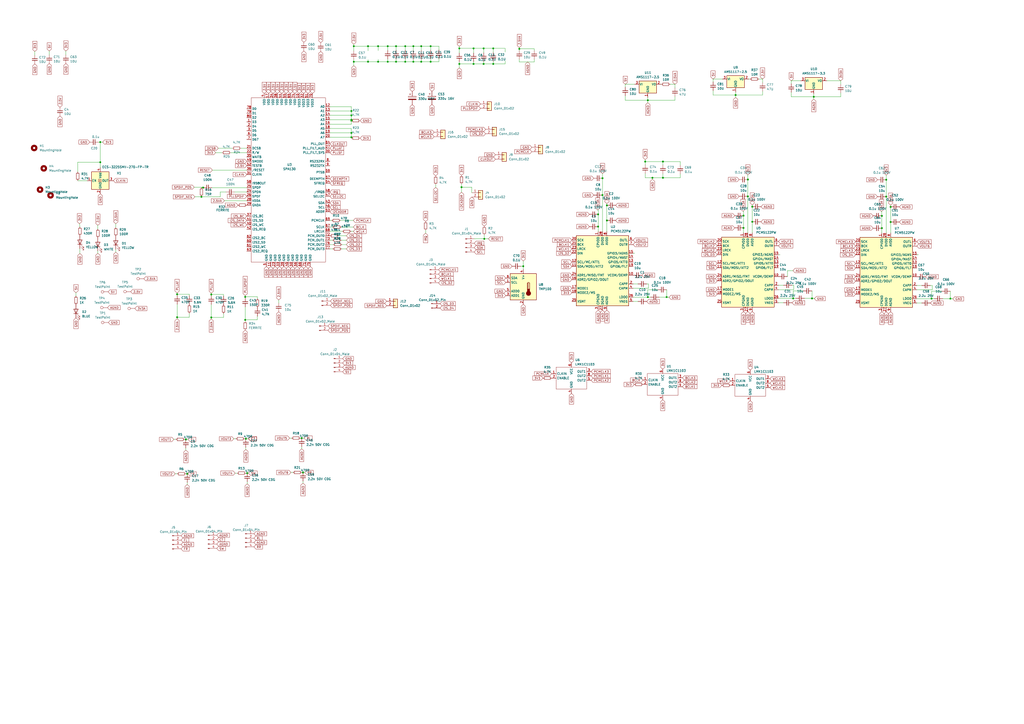
<source format=kicad_sch>
(kicad_sch (version 20230121) (generator eeschema)
  (paper "A2")
  (junction (at 116.84 114.173))
  (junction (at 386.715 172.339))
  (junction (at 175.768 274.066))
  (junction (at 352.044 119.126))
  (junction (at 274.701 28.067))
  (junction (at 235.077 35.814))
  (junction (at 352.044 127.889))
  (junction (at 511.556 125.222))
  (junction (at 224.917 26.797))
  (junction (at 107.823 254.889))
  (junction (at 431.292 125.095))
  (junction (at 239.776 26.797))
  (junction (at 142.24 185.547))
  (junction (at 122.555 170.815))
  (junction (at 267.716 108.585))
  (junction (at 229.743 26.797))
  (junction (at 374.269 93.726))
  (junction (at 235.077 26.797))
  (junction (at 205.232 26.797))
  (junction (at 303.53 154.432))
  (junction (at 460.121 173.101))
  (junction (at 266.446 28.067))
  (junction (at 301.244 28.321))
  (junction (at 203.835 77.089))
  (junction (at 102.743 170.688))
  (junction (at 431.292 132.207))
  (junction (at 433.832 104.14))
  (junction (at 213.487 35.814))
  (junction (at 266.446 37.084))
  (junction (at 286.131 37.084))
  (junction (at 244.348 35.814))
  (junction (at 349.504 103.378))
  (junction (at 142.621 254.508))
  (junction (at 122.555 184.15))
  (junction (at 274.701 37.084))
  (junction (at 205.232 35.814))
  (junction (at 375.793 58.166))
  (junction (at 286.131 28.067))
  (junction (at 203.835 79.629))
  (junction (at 516.636 128.778))
  (junction (at 219.329 26.797))
  (junction (at 58.166 82.423))
  (junction (at 224.917 35.814))
  (junction (at 244.348 26.797))
  (junction (at 175.006 254.127))
  (junction (at 540.385 173.228))
  (junction (at 511.556 132.334))
  (junction (at 249.809 35.814))
  (junction (at 471.043 173.101))
  (junction (at 346.964 124.333))
  (junction (at 514.096 114.046))
  (junction (at 280.543 28.067))
  (junction (at 203.835 64.389))
  (junction (at 280.924 138.557))
  (junction (at 384.556 103.124))
  (junction (at 433.832 113.919))
  (junction (at 143.383 274.447))
  (junction (at 108.585 274.828))
  (junction (at 349.504 113.157))
  (junction (at 551.307 173.228))
  (junction (at 102.743 184.023))
  (junction (at 58.166 94.107))
  (junction (at 346.964 131.445))
  (junction (at 280.543 37.084))
  (junction (at 229.743 35.814))
  (junction (at 516.636 120.015))
  (junction (at 436.372 128.651))
  (junction (at 436.372 119.888))
  (junction (at 426.72 55.118))
  (junction (at 514.096 104.267))
  (junction (at 203.835 69.469))
  (junction (at 203.835 66.929))
  (junction (at 117.856 108.839))
  (junction (at 378.46 103.124))
  (junction (at 203.835 69.977))
  (junction (at 472.059 56.134))
  (junction (at 213.487 26.797))
  (junction (at 142.24 172.212))
  (junction (at 384.556 93.726))
  (junction (at 219.329 35.814))
  (junction (at 239.776 35.814))
  (junction (at 375.793 172.339))
  (junction (at 249.809 26.797))
  (wire (pts (xy 144.145 254.508) (xy 142.621 254.508)))
  (wire (pts (xy 235.077 35.814) (xy 239.776 35.814)))
  (wire (pts (xy 142.24 185.547) (xy 142.24 186.436)))
  (wire (pts (xy 122.555 170.815) (xy 122.555 171.577)))
  (wire (pts (xy 511.302 122.682) (xy 511.556 122.682)))
  (wire (pts (xy 20.193 32.004) (xy 20.193 29.845)))
  (wire (pts (xy 205.232 26.797) (xy 205.232 29.464)))
  (wire (pts (xy 203.835 79.629) (xy 203.835 80.137)))
  (wire (pts (xy 108.966 274.828) (xy 108.585 274.828)))
  (wire (pts (xy 454.406 165.481) (xy 451.612 165.481)))
  (wire (pts (xy 109.855 171.577) (xy 109.855 170.688)))
  (wire (pts (xy 472.059 56.134) (xy 472.059 54.483)))
  (wire (pts (xy 235.077 34.29) (xy 235.077 35.814)))
  (wire (pts (xy 426.72 56.515) (xy 426.72 55.118)))
  (wire (pts (xy 239.776 29.337) (xy 239.776 26.797)))
  (wire (pts (xy 169.926 274.066) (xy 168.783 274.066)))
  (wire (pts (xy 274.701 35.814) (xy 274.701 37.084)))
  (wire (pts (xy 45.085 104.775) (xy 50.546 104.775)))
  (wire (pts (xy 309.88 28.321) (xy 301.244 28.321)))
  (wire (pts (xy 352.044 119.126) (xy 352.044 127.889)))
  (wire (pts (xy 286.131 28.067) (xy 280.543 28.067)))
  (wire (pts (xy 456.819 156.972) (xy 456.819 160.401)))
  (wire (pts (xy 378.46 104.013) (xy 378.46 103.124)))
  (wire (pts (xy 143.383 280.67) (xy 143.383 279.527)))
  (wire (pts (xy 511.556 132.334) (xy 511.556 135.128)))
  (wire (pts (xy 46.101 129.794) (xy 46.355 131.572)))
  (wire (pts (xy 149.352 183.515) (xy 149.225 185.547)))
  (wire (pts (xy 286.131 37.084) (xy 280.543 37.084)))
  (wire (pts (xy 191.389 66.929) (xy 203.835 66.929)))
  (wire (pts (xy 487.68 53.975) (xy 487.68 56.134)))
  (wire (pts (xy 540.385 173.228) (xy 531.876 173.228)))
  (wire (pts (xy 552.577 173.228) (xy 551.307 173.228)))
  (wire (pts (xy 374.269 93.726) (xy 374.269 95.631)))
  (wire (pts (xy 346.964 131.445) (xy 346.964 134.239)))
  (wire (pts (xy 391.541 56.007) (xy 391.541 58.166)))
  (wire (pts (xy 246.888 133.604) (xy 246.888 135.255)))
  (wire (pts (xy 122.555 176.657) (xy 122.555 184.15)))
  (wire (pts (xy 149.352 172.212) (xy 142.24 172.212)))
  (wire (pts (xy 309.88 29.337) (xy 309.88 28.321)))
  (wire (pts (xy 309.88 34.417) (xy 309.88 35.941)))
  (wire (pts (xy 384.556 93.726) (xy 374.269 93.726)))
  (wire (pts (xy 516.636 118.999) (xy 516.636 120.015)))
  (wire (pts (xy 192.913 131.699) (xy 191.389 131.699)))
  (wire (pts (xy 203.835 61.849) (xy 191.389 61.849)))
  (wire (pts (xy 142.24 178.054) (xy 142.24 185.547)))
  (wire (pts (xy 254.635 26.797) (xy 254.635 28.956)))
  (wire (pts (xy 388.747 48.895) (xy 391.541 48.895)))
  (wire (pts (xy 413.639 45.847) (xy 419.1 45.847)))
  (wire (pts (xy 58.166 82.423) (xy 57.15 82.423)))
  (wire (pts (xy 102.743 170.688) (xy 102.743 171.45)))
  (wire (pts (xy 200.914 141.859) (xy 198.374 141.859)))
  (wire (pts (xy 107.823 254.889) (xy 107.061 254.889)))
  (wire (pts (xy 540.766 168.148) (xy 531.876 168.148)))
  (wire (pts (xy 191.389 79.629) (xy 203.835 79.629)))
  (wire (pts (xy 133.858 88.519) (xy 143.129 88.519)))
  (wire (pts (xy 213.487 35.814) (xy 205.232 35.814)))
  (wire (pts (xy 109.093 254.889) (xy 107.823 254.889)))
  (wire (pts (xy 142.621 260.731) (xy 142.621 259.588)))
  (wire (pts (xy 472.313 173.228) (xy 472.313 173.101)))
  (wire (pts (xy 204.978 127.889) (xy 197.485 127.889)))
  (wire (pts (xy 149.352 173.228) (xy 149.352 172.212)))
  (wire (pts (xy 192.913 139.319) (xy 191.389 139.319)))
  (wire (pts (xy 244.348 34.417) (xy 244.348 35.814)))
  (wire (pts (xy 122.936 108.839) (xy 143.129 108.839)))
  (wire (pts (xy 122.555 170.053) (xy 122.555 170.815)))
  (wire (pts (xy 292.989 37.084) (xy 286.131 37.084)))
  (wire (pts (xy 454.406 175.641) (xy 451.612 175.641)))
  (wire (pts (xy 224.917 26.797) (xy 229.743 26.797)))
  (wire (pts (xy 130.175 116.459) (xy 143.129 116.459)))
  (wire (pts (xy 224.917 34.29) (xy 224.917 35.814)))
  (wire (pts (xy 292.989 28.067) (xy 292.989 30.226)))
  (wire (pts (xy 370.078 164.719) (xy 367.284 164.719)))
  (wire (pts (xy 514.096 114.046) (xy 514.096 135.128)))
  (wire (pts (xy 375.793 59.563) (xy 375.793 58.166)))
  (wire (pts (xy 460.121 168.783) (xy 465.963 168.783)))
  (wire (pts (xy 126.619 85.979) (xy 134.747 85.979)))
  (wire (pts (xy 539.75 165.608) (xy 540.766 165.608)))
  (wire (pts (xy 394.589 103.124) (xy 384.556 103.124)))
  (wire (pts (xy 123.19 98.679) (xy 143.129 98.679)))
  (wire (pts (xy 487.68 46.863) (xy 487.68 48.895)))
  (wire (pts (xy 191.389 74.549) (xy 203.835 74.549)))
  (wire (pts (xy 200.914 139.319) (xy 197.993 139.319)))
  (wire (pts (xy 362.712 48.895) (xy 368.173 48.895)))
  (wire (pts (xy 413.639 52.578) (xy 413.639 55.118)))
  (wire (pts (xy 301.244 28.321) (xy 301.244 29.337)))
  (wire (pts (xy 254.635 26.797) (xy 249.809 26.797)))
  (wire (pts (xy 144.145 274.447) (xy 143.383 274.447)))
  (wire (pts (xy 139.827 85.979) (xy 143.129 85.979)))
  (wire (pts (xy 175.006 260.35) (xy 175.006 259.207)))
  (wire (pts (xy 384.556 103.124) (xy 378.46 103.124)))
  (wire (pts (xy 122.555 184.15) (xy 129.667 184.15)))
  (wire (pts (xy 352.044 118.11) (xy 352.044 119.126)))
  (wire (pts (xy 266.446 28.067) (xy 266.446 30.734)))
  (wire (pts (xy 273.685 108.585) (xy 267.716 108.585)))
  (wire (pts (xy 391.541 48.895) (xy 391.541 50.927)))
  (wire (pts (xy 387.985 172.466) (xy 387.985 172.339)))
  (wire (pts (xy 514.096 101.6) (xy 514.096 104.267)))
  (wire (pts (xy 433.832 113.919) (xy 433.832 135.001)))
  (wire (pts (xy 28.575 31.75) (xy 28.575 29.591)))
  (wire (pts (xy 229.743 34.29) (xy 229.743 35.814)))
  (wire (pts (xy 129.667 170.815) (xy 122.555 170.815)))
  (wire (pts (xy 461.645 173.101) (xy 460.121 173.101)))
  (wire (pts (xy 129.667 181.864) (xy 129.667 184.15)))
  (wire (pts (xy 362.712 50.546) (xy 362.712 48.895)))
  (wire (pts (xy 129.667 171.704) (xy 129.667 170.815)))
  (wire (pts (xy 59.563 82.423) (xy 58.166 82.423)))
  (wire (pts (xy 303.53 154.432) (xy 303.53 156.21)))
  (wire (pts (xy 471.043 168.783) (xy 471.043 173.101)))
  (wire (pts (xy 204.978 134.239) (xy 203.708 134.239)))
  (wire (pts (xy 122.555 184.15) (xy 122.555 185.039)))
  (wire (pts (xy 101.981 254.889) (xy 100.838 254.889)))
  (wire (pts (xy 249.809 34.163) (xy 249.809 35.814)))
  (wire (pts (xy 280.543 30.607) (xy 280.543 28.067)))
  (wire (pts (xy 301.244 27.559) (xy 301.244 28.321)))
  (wire (pts (xy 266.446 28.067) (xy 274.701 28.067)))
  (wire (pts (xy 292.989 35.306) (xy 292.989 37.084)))
  (wire (pts (xy 458.978 56.134) (xy 472.059 56.134)))
  (wire (pts (xy 200.914 144.399) (xy 198.12 144.399)))
  (wire (pts (xy 431.292 125.095) (xy 431.292 132.207)))
  (wire (pts (xy 229.743 26.797) (xy 235.077 26.797)))
  (wire (pts (xy 45.085 94.107) (xy 58.166 94.107)))
  (wire (pts (xy 143.383 274.447) (xy 142.621 274.447)))
  (wire (pts (xy 203.835 69.469) (xy 203.835 69.977)))
  (wire (pts (xy 38.227 31.75) (xy 38.227 29.591)))
  (wire (pts (xy 203.835 61.849) (xy 203.835 64.389)))
  (wire (pts (xy 102.743 274.828) (xy 101.6 274.828)))
  (wire (pts (xy 552.577 173.355) (xy 552.577 173.228)))
  (wire (pts (xy 193.294 141.859) (xy 191.389 141.859)))
  (wire (pts (xy 460.502 168.021) (xy 451.612 168.021)))
  (wire (pts (xy 56.769 130.683) (xy 56.769 132.842)))
  (wire (pts (xy 267.716 106.807) (xy 267.716 108.585)))
  (wire (pts (xy 107.823 261.112) (xy 107.823 259.969)))
  (wire (pts (xy 280.543 37.084) (xy 274.701 37.084)))
  (wire (pts (xy 191.389 77.089) (xy 203.835 77.089)))
  (wire (pts (xy 267.716 108.585) (xy 267.716 111.506)))
  (wire (pts (xy 460.121 168.783) (xy 460.121 173.101)))
  (wire (pts (xy 274.701 30.734) (xy 274.701 28.067)))
  (wire (pts (xy 142.24 185.547) (xy 149.225 185.547)))
  (wire (pts (xy 374.269 92.583) (xy 374.269 93.726)))
  (wire (pts (xy 176.784 274.066) (xy 175.768 274.066)))
  (wire (pts (xy 175.768 274.066) (xy 175.006 274.066)))
  (wire (pts (xy 377.317 172.339) (xy 375.793 172.339)))
  (wire (pts (xy 274.701 37.084) (xy 266.446 37.084)))
  (wire (pts (xy 203.835 74.549) (xy 203.835 77.089)))
  (wire (pts (xy 472.059 57.531) (xy 472.059 56.134)))
  (wire (pts (xy 108.585 274.828) (xy 107.823 274.828)))
  (wire (pts (xy 203.835 77.089) (xy 203.835 79.629)))
  (wire (pts (xy 301.244 34.417) (xy 301.244 35.941)))
  (wire (pts (xy 541.909 173.228) (xy 540.385 173.228)))
  (wire (pts (xy 203.835 66.929) (xy 203.835 69.469)))
  (wire (pts (xy 109.855 181.737) (xy 109.855 184.023)))
  (wire (pts (xy 442.341 45.847) (xy 442.341 47.879)))
  (wire (pts (xy 376.174 164.719) (xy 376.174 167.259)))
  (wire (pts (xy 191.389 64.389) (xy 203.835 64.389)))
  (wire (pts (xy 384.556 95.758) (xy 384.556 93.726)))
  (wire (pts (xy 125.095 88.519) (xy 128.778 88.519)))
  (wire (pts (xy 442.341 52.959) (xy 442.341 55.118)))
  (wire (pts (xy 426.72 55.118) (xy 426.72 53.467)))
  (wire (pts (xy 273.685 111.76) (xy 273.685 108.585)))
  (wire (pts (xy 116.84 108.839) (xy 117.856 108.839)))
  (wire (pts (xy 142.24 171.45) (xy 142.24 172.212)))
  (wire (pts (xy 175.768 280.289) (xy 175.768 279.146)))
  (wire (pts (xy 142.24 172.212) (xy 142.24 172.974)))
  (wire (pts (xy 280.924 136.271) (xy 280.924 138.557)))
  (wire (pts (xy 200.914 136.779) (xy 196.469 136.779)))
  (wire (pts (xy 479.679 46.863) (xy 487.68 46.863)))
  (wire (pts (xy 516.636 128.778) (xy 516.636 135.128)))
  (wire (pts (xy 431.038 122.555) (xy 431.292 122.555)))
  (wire (pts (xy 127.762 111.379) (xy 127.762 114.173)))
  (wire (pts (xy 286.131 30.48) (xy 286.131 28.067)))
  (wire (pts (xy 229.743 29.21) (xy 229.743 26.797)))
  (wire (pts (xy 67.183 146.304) (xy 67.183 144.653)))
  (wire (pts (xy 540.766 165.608) (xy 540.766 168.148)))
  (wire (pts (xy 102.743 184.023) (xy 102.743 184.912)))
  (wire (pts (xy 136.779 254.508) (xy 135.636 254.508)))
  (wire (pts (xy 362.712 58.166) (xy 375.793 58.166)))
  (wire (pts (xy 275.082 138.557) (xy 280.924 138.557)))
  (wire (pts (xy 370.078 174.879) (xy 367.284 174.879)))
  (wire (pts (xy 436.372 128.651) (xy 436.372 135.001)))
  (wire (pts (xy 551.307 173.228) (xy 546.989 173.228)))
  (wire (pts (xy 375.793 58.166) (xy 375.793 56.515)))
  (wire (pts (xy 514.096 104.267) (xy 514.096 114.046)))
  (wire (pts (xy 378.46 103.124) (xy 374.269 103.124)))
  (wire (pts (xy 458.978 48.514) (xy 458.978 46.863)))
  (wire (pts (xy 280.924 138.557) (xy 283.337 138.557)))
  (wire (pts (xy 149.352 178.435) (xy 149.352 178.308)))
  (wire (pts (xy 46.355 147.066) (xy 46.355 144.272)))
  (wire (pts (xy 252.73 107.061) (xy 252.73 108.712)))
  (wire (pts (xy 413.639 47.498) (xy 413.639 45.847)))
  (wire (pts (xy 224.917 35.814) (xy 229.743 35.814)))
  (wire (pts (xy 301.244 35.941) (xy 309.88 35.941)))
  (wire (pts (xy 376.174 167.259) (xy 367.284 167.259)))
  (wire (pts (xy 224.917 26.797) (xy 219.329 26.797)))
  (wire (pts (xy 459.486 165.481) (xy 460.502 165.481)))
  (wire (pts (xy 362.712 55.626) (xy 362.712 58.166)))
  (wire (pts (xy 205.232 35.814) (xy 205.232 34.544)))
  (wire (pts (xy 471.043 173.101) (xy 466.725 173.101)))
  (wire (pts (xy 102.743 184.023) (xy 109.855 184.023)))
  (wire (pts (xy 534.67 165.608) (xy 531.876 165.608)))
  (wire (pts (xy 472.313 173.101) (xy 471.043 173.101)))
  (wire (pts (xy 460.502 165.481) (xy 460.502 168.021)))
  (wire (pts (xy 109.855 170.688) (xy 102.743 170.688)))
  (wire (pts (xy 235.077 29.21) (xy 235.077 26.797)))
  (wire (pts (xy 433.832 104.14) (xy 433.832 113.919)))
  (wire (pts (xy 44.069 169.799) (xy 44.069 171.704)))
  (wire (pts (xy 440.182 45.847) (xy 442.341 45.847)))
  (wire (pts (xy 239.776 35.814) (xy 244.348 35.814)))
  (wire (pts (xy 116.84 114.173) (xy 127.762 114.173)))
  (wire (pts (xy 254.635 34.036) (xy 254.635 35.814)))
  (wire (pts (xy 58.166 94.107) (xy 58.166 97.155)))
  (wire (pts (xy 391.541 58.166) (xy 375.793 58.166)))
  (wire (pts (xy 137.541 274.447) (xy 136.398 274.447)))
  (wire (pts (xy 192.405 127.889) (xy 191.389 127.889)))
  (wire (pts (xy 142.621 254.508) (xy 141.859 254.508)))
  (wire (pts (xy 213.487 26.797) (xy 219.329 26.797)))
  (wire (pts (xy 352.044 127.889) (xy 352.044 134.239)))
  (wire (pts (xy 176.403 254.127) (xy 175.006 254.127)))
  (wire (pts (xy 286.131 28.067) (xy 292.989 28.067)))
  (wire (pts (xy 67.183 129.794) (xy 67.183 131.953)))
  (wire (pts (xy 205.232 25.654) (xy 205.232 26.797)))
  (wire (pts (xy 45.085 99.695) (xy 45.085 94.107)))
  (wire (pts (xy 394.589 93.726) (xy 384.556 93.726)))
  (wire (pts (xy 266.446 37.084) (xy 266.446 35.814)))
  (wire (pts (xy 458.978 46.863) (xy 464.439 46.863)))
  (wire (pts (xy 516.636 120.015) (xy 516.636 128.778)))
  (wire (pts (xy 244.348 26.797) (xy 249.809 26.797)))
  (wire (pts (xy 266.446 39.37) (xy 266.446 37.084)))
  (wire (pts (xy 102.743 169.926) (xy 102.743 170.688)))
  (wire (pts (xy 532.765 147.828) (xy 531.876 147.828)))
  (wire (pts (xy 346.71 121.793) (xy 346.964 121.793)))
  (wire (pts (xy 244.348 35.814) (xy 249.809 35.814)))
  (wire (pts (xy 436.372 119.888) (xy 436.372 128.651)))
  (wire (pts (xy 136.144 111.379) (xy 143.129 111.379)))
  (wire (pts (xy 239.776 26.797) (xy 235.077 26.797)))
  (wire (pts (xy 459.994 156.972) (xy 456.819 156.972)))
  (wire (pts (xy 375.793 168.021) (xy 375.793 172.339)))
  (wire (pts (xy 551.307 168.91) (xy 551.307 173.228)))
  (wire (pts (xy 219.329 35.814) (xy 213.487 35.814)))
  (wire (pts (xy 383.413 48.895) (xy 383.667 48.895)))
  (wire (pts (xy 219.329 34.417) (xy 219.329 35.814)))
  (wire (pts (xy 193.04 144.399) (xy 191.389 144.399)))
  (wire (pts (xy 540.385 168.91) (xy 546.227 168.91)))
  (wire (pts (xy 191.389 69.469) (xy 203.835 69.469)))
  (wire (pts (xy 224.917 29.21) (xy 224.917 26.797)))
  (wire (pts (xy 58.166 82.423) (xy 58.166 94.107)))
  (wire (pts (xy 198.628 134.239) (xy 191.389 134.239)))
  (wire (pts (xy 244.348 29.337) (xy 244.348 26.797)))
  (wire (pts (xy 266.446 26.924) (xy 266.446 28.067)))
  (wire (pts (xy 239.776 26.797) (xy 244.348 26.797)))
  (wire (pts (xy 229.743 35.814) (xy 235.077 35.814)))
  (wire (pts (xy 280.543 35.687) (xy 280.543 37.084)))
  (wire (pts (xy 375.793 168.021) (xy 381.635 168.021)))
  (wire (pts (xy 203.835 64.389) (xy 203.835 66.929)))
  (wire (pts (xy 386.715 172.339) (xy 382.397 172.339)))
  (wire (pts (xy 203.835 72.009) (xy 191.389 72.009)))
  (wire (pts (xy 203.835 69.977) (xy 203.835 72.009)))
  (wire (pts (xy 431.292 132.207) (xy 431.292 135.001)))
  (wire (pts (xy 56.769 146.939) (xy 56.769 145.542)))
  (wire (pts (xy 108.585 281.051) (xy 108.585 279.908)))
  (wire (pts (xy 452.501 147.701) (xy 451.612 147.701)))
  (wire (pts (xy 349.504 100.711) (xy 349.504 103.378)))
  (wire (pts (xy 434.34 45.847) (xy 435.102 45.847)))
  (wire (pts (xy 511.556 125.222) (xy 511.556 132.334)))
  (wire (pts (xy 442.341 55.118) (xy 426.72 55.118)))
  (wire (pts (xy 349.504 103.378) (xy 349.504 113.157)))
  (wire (pts (xy 349.504 113.157) (xy 349.504 134.239)))
  (wire (pts (xy 460.121 173.101) (xy 451.612 173.101)))
  (wire (pts (xy 204.978 131.699) (xy 197.993 131.699)))
  (wire (pts (xy 456.819 160.401) (xy 456.692 160.401)))
  (wire (pts (xy 274.701 28.067) (xy 280.543 28.067)))
  (wire (pts (xy 511.556 122.682) (xy 511.556 125.222)))
  (wire (pts (xy 303.53 151.384) (xy 303.53 154.432)))
  (wire (pts (xy 161.671 175.768) (xy 161.671 173.99)))
  (wire (pts (xy 302.133 154.432) (xy 303.53 154.432)))
  (wire (pts (xy 386.715 168.021) (xy 386.715 172.339)))
  (wire (pts (xy 127.762 111.379) (xy 131.064 111.379)))
  (wire (pts (xy 436.372 118.872) (xy 436.372 119.888)))
  (wire (pts (xy 413.639 55.118) (xy 426.72 55.118)))
  (wire (pts (xy 224.917 35.814) (xy 219.329 35.814)))
  (wire (pts (xy 433.832 101.473) (xy 433.832 104.14)))
  (wire (pts (xy 117.856 108.839) (xy 117.856 108.585)))
  (wire (pts (xy 116.84 114.173) (xy 113.03 114.173)))
  (wire (pts (xy 254.635 35.814) (xy 249.809 35.814)))
  (wire (pts (xy 213.487 29.464) (xy 213.487 26.797)))
  (wire (pts (xy 540.385 168.91) (xy 540.385 173.228)))
  (wire (pts (xy 239.776 34.417) (xy 239.776 35.814)))
  (wire (pts (xy 384.556 100.838) (xy 384.556 103.124)))
  (wire (pts (xy 387.985 172.339) (xy 386.715 172.339)))
  (wire (pts (xy 102.743 176.53) (xy 102.743 184.023)))
  (wire (pts (xy 394.589 95.885) (xy 394.589 93.726)))
  (wire (pts (xy 394.589 100.965) (xy 394.589 103.124)))
  (wire (pts (xy 205.232 26.797) (xy 213.487 26.797)))
  (wire (pts (xy 534.67 175.768) (xy 531.876 175.768)))
  (wire (pts (xy 375.158 164.719) (xy 376.174 164.719)))
  (wire (pts (xy 286.131 35.56) (xy 286.131 37.084)))
  (wire (pts (xy 431.292 122.555) (xy 431.292 125.095)))
  (wire (pts (xy 219.329 29.337) (xy 219.329 26.797)))
  (wire (pts (xy 169.164 254.127) (xy 168.021 254.127)))
  (wire (pts (xy 346.964 124.333) (xy 346.964 131.445)))
  (wire (pts (xy 388.112 172.466) (xy 387.985 172.466)))
  (wire (pts (xy 175.006 254.127) (xy 174.244 254.127)))
  (wire (pts (xy 346.964 121.793) (xy 346.964 124.333)))
  (wire (pts (xy 458.978 53.594) (xy 458.978 56.134)))
  (wire (pts (xy 112.649 108.585) (xy 117.856 108.585)))
  (wire (pts (xy 375.793 172.339) (xy 367.284 172.339)))
  (wire (pts (xy 249.809 26.797) (xy 249.809 29.083)))
  (wire (pts (xy 552.704 173.355) (xy 552.577 173.355)))
  (wire (pts (xy 368.173 146.939) (xy 367.284 146.939)))
  (wire (pts (xy 116.84 113.919) (xy 116.84 114.173)))
  (wire (pts (xy 487.68 56.134) (xy 472.059 56.134)))
  (wire (pts (xy 213.487 34.544) (xy 213.487 35.814)))
  (wire (pts (xy 205.232 38.1) (xy 205.232 35.814)))
  (wire (pts (xy 472.44 173.228) (xy 472.313 173.228)))
  (wire (pts (xy 374.269 103.124) (xy 374.269 100.711)))
  (global_label "GND" (shape input) (at 62.865 187.071 0) (property "Intersheetrefs" "${INTERSHEET_REFS}" (effects hide)))
  (global_label "GND" (shape input) (at 44.069 184.404 270) (property "Intersheetrefs" "${INTERSHEET_REFS}" (effects hide)))
  (global_label "GND" (shape input) (at 496.316 168.148 180) (property "Intersheetrefs" "${INTERSHEET_REFS}" (effects hide)))
  (global_label "3V3" (shape input) (at 314.96 219.329 180) (property "Intersheetrefs" "${INTERSHEET_REFS}" (effects hide)))
  (global_label "2.5VA" (shape input) (at 391.541 48.895 90) (property "Intersheetrefs" "${INTERSHEET_REFS}" (effects hide)))
  (global_label "GND" (shape input) (at 514.096 180.848 270) (property "Intersheetrefs" "${INTERSHEET_REFS}" (effects hide)))
  (global_label "2.5V" (shape input) (at 56.769 130.683 90) (property "Intersheetrefs" "${INTERSHEET_REFS}" (effects hide)))
  (global_label "2.5V" (shape input) (at 160.909 54.229 90) (property "Intersheetrefs" "${INTERSHEET_REFS}" (effects hide)))
  (global_label "PLLAF" (shape input) (at 102.743 169.926 90) (property "Intersheetrefs" "${INTERSHEET_REFS}" (effects hide)))
  (global_label "GND" (shape input) (at 46.355 147.066 270) (property "Intersheetrefs" "${INTERSHEET_REFS}" (effects hide)))
  (global_label "3V3A" (shape input) (at 431.038 122.555 90) (property "Intersheetrefs" "${INTERSHEET_REFS}" (effects hide)))
  (global_label "VOUT1" (shape input) (at 100.838 254.889 180) (property "Intersheetrefs" "${INTERSHEET_REFS}" (effects hide)))
  (global_label "GND" (shape input) (at 472.44 173.228 0) (property "Intersheetrefs" "${INTERSHEET_REFS}" (effects hide)))
  (global_label "I2S_D3" (shape input) (at 200.914 144.399 0) (property "Intersheetrefs" "${INTERSHEET_REFS}" (effects hide)))
  (global_label "SDA" (shape input) (at 496.316 155.448 180) (property "Intersheetrefs" "${INTERSHEET_REFS}" (effects hide)))
  (global_label "2.5V" (shape input) (at 205.232 25.654 90) (property "Intersheetrefs" "${INTERSHEET_REFS}" (effects hide)))
  (global_label "GND" (shape input) (at 167.259 154.559 270) (property "Intersheetrefs" "${INTERSHEET_REFS}" (effects hide)))
  (global_label "AGND" (shape input) (at 539.75 175.768 0) (property "Intersheetrefs" "${INTERSHEET_REFS}" (effects hide)))
  (global_label "AGND" (shape input) (at 357.124 119.126 0) (property "Intersheetrefs" "${INTERSHEET_REFS}" (effects hide)))
  (global_label "GND" (shape input) (at 58.166 112.395 270) (property "Intersheetrefs" "${INTERSHEET_REFS}" (effects hide)))
  (global_label "VOUT6" (shape input) (at 531.876 142.748 0) (property "Intersheetrefs" "${INTERSHEET_REFS}" (effects hide)))
  (global_label "GND" (shape input) (at 344.424 113.157 180) (property "Intersheetrefs" "${INTERSHEET_REFS}" (effects hide)))
  (global_label "AGND" (shape input) (at 161.671 180.848 270) (property "Intersheetrefs" "${INTERSHEET_REFS}" (effects hide)))
  (global_label "2.5V" (shape input) (at 165.989 54.229 90) (property "Intersheetrefs" "${INTERSHEET_REFS}" (effects hide)))
  (global_label "3V3" (shape input) (at 181.229 54.229 90) (property "Intersheetrefs" "${INTERSHEET_REFS}" (effects hide)))
  (global_label "BCLK3" (shape input) (at 251.841 76.708 180) (property "Intersheetrefs" "${INTERSHEET_REFS}" (effects hide)))
  (global_label "3V3" (shape input) (at 266.446 26.924 90) (property "Intersheetrefs" "${INTERSHEET_REFS}" (effects hide)))
  (global_label "GND" (shape input) (at 250.571 60.579 270) (property "Intersheetrefs" "${INTERSHEET_REFS}" (effects hide)))
  (global_label "3V3" (shape input) (at 208.915 80.137 0) (property "Intersheetrefs" "${INTERSHEET_REFS}" (effects hide)))
  (global_label "GND" (shape input) (at 428.752 113.919 180) (property "Intersheetrefs" "${INTERSHEET_REFS}" (effects hide)))
  (global_label "3V3" (shape input) (at 239.141 53.086 90) (property "Intersheetrefs" "${INTERSHEET_REFS}" (effects hide)))
  (global_label "GND" (shape input) (at 143.129 93.599 180) (property "Intersheetrefs" "${INTERSHEET_REFS}" (effects hide)))
  (global_label "PCMCLK" (shape input) (at 320.04 216.789 180) (property "Intersheetrefs" "${INTERSHEET_REFS}" (effects hide)))
  (global_label "PCMCLK1" (shape input) (at 254.381 156.464 0) (property "Intersheetrefs" "${INTERSHEET_REFS}" (effects hide)))
  (global_label "AGND" (shape input) (at 306.07 35.941 270) (property "Intersheetrefs" "${INTERSHEET_REFS}" (effects hide)))
  (global_label "SELI2C" (shape input) (at 191.389 113.919 0) (property "Intersheetrefs" "${INTERSHEET_REFS}" (effects hide)))
  (global_label "3V3" (shape input) (at 176.149 54.229 90) (property "Intersheetrefs" "${INTERSHEET_REFS}" (effects hide)))
  (global_label "I2S_D2" (shape input) (at 200.914 141.859 0) (property "Intersheetrefs" "${INTERSHEET_REFS}" (effects hide)))
  (global_label "I2S_D4" (shape input) (at 200.914 136.779 0) (property "Intersheetrefs" "${INTERSHEET_REFS}" (effects hide)))
  (global_label "CLKIN" (shape input) (at 65.786 104.775 0) (property "Intersheetrefs" "${INTERSHEET_REFS}" (effects hide)))
  (global_label "AGND" (shape input) (at 536.956 160.528 0) (property "Intersheetrefs" "${INTERSHEET_REFS}" (effects hide)))
  (global_label "AGND" (shape input) (at 125.73 315.595 0) (property "Intersheetrefs" "${INTERSHEET_REFS}" (effects hide)))
  (global_label "GND" (shape input) (at 388.112 172.466 0) (property "Intersheetrefs" "${INTERSHEET_REFS}" (effects hide)))
  (global_label "5V" (shape input) (at 62.738 169.291 0) (property "Intersheetrefs" "${INTERSHEET_REFS}" (effects hide)))
  (global_label "I2CADDR" (shape input) (at 267.716 111.506 270) (property "Intersheetrefs" "${INTERSHEET_REFS}" (effects hide)))
  (global_label "SPDIF_NEG" (shape input) (at 113.03 114.173 180) (property "Intersheetrefs" "${INTERSHEET_REFS}" (effects hide)))
  (global_label "3V3" (shape input) (at 198.755 210.566 0) (property "Intersheetrefs" "${INTERSHEET_REFS}" (effects hide)))
  (global_label "CLKIN" (shape input) (at 143.129 101.219 180) (property "Intersheetrefs" "${INTERSHEET_REFS}" (effects hide)))
  (global_label "3V3" (shape input) (at 303.53 151.384 90) (property "Intersheetrefs" "${INTERSHEET_REFS}" (effects hide)))
  (global_label "VOUT5" (shape input) (at 531.876 140.208 0) (property "Intersheetrefs" "${INTERSHEET_REFS}" (effects hide)))
  (global_label "SELI2C" (shape input) (at 252.73 108.712 270) (property "Intersheetrefs" "${INTERSHEET_REFS}" (effects hide)))
  (global_label "GND" (shape input) (at 162.179 154.559 270) (property "Intersheetrefs" "${INTERSHEET_REFS}" (effects hide)))
  (global_label "3V3" (shape input) (at 38.227 29.591 90) (property "Intersheetrefs" "${INTERSHEET_REFS}" (effects hide)))
  (global_label "3V3A" (shape input) (at 346.71 121.793 90) (property "Intersheetrefs" "${INTERSHEET_REFS}" (effects hide)))
  (global_label "SW" (shape input) (at 125.73 318.135 0) (property "Intersheetrefs" "${INTERSHEET_REFS}" (effects hide)))
  (global_label "FR" (shape input) (at 108.966 274.828 0) (property "Intersheetrefs" "${INTERSHEET_REFS}" (effects hide)))
  (global_label "3V3A" (shape input) (at 352.044 118.11 90) (property "Intersheetrefs" "${INTERSHEET_REFS}" (effects hide)))
  (global_label "GND" (shape input) (at 416.052 160.401 180) (property "Intersheetrefs" "${INTERSHEET_REFS}" (effects hide)))
  (global_label "AGND" (shape input) (at 441.452 119.888 0) (property "Intersheetrefs" "${INTERSHEET_REFS}" (effects hide)))
  (global_label "VOUT5" (shape input) (at 168.021 254.127 180) (property "Intersheetrefs" "${INTERSHEET_REFS}" (effects hide)))
  (global_label "2.5V" (shape input) (at 143.129 96.139 180) (property "Intersheetrefs" "${INTERSHEET_REFS}" (effects hide)))
  (global_label "GND" (shape input) (at 293.37 168.91 180) (property "Intersheetrefs" "${INTERSHEET_REFS}" (effects hide)))
  (global_label "PLLSPDIF" (shape input) (at 278.765 62.865 180) (property "Intersheetrefs" "${INTERSHEET_REFS}" (effects hide)))
  (global_label "5V" (shape input) (at 44.069 169.799 90) (property "Intersheetrefs" "${INTERSHEET_REFS}" (effects hide)))
  (global_label "WCLK" (shape input) (at 204.978 134.239 0) (property "Intersheetrefs" "${INTERSHEET_REFS}" (effects hide)))
  (global_label "AGND" (shape input) (at 375.158 174.879 0) (property "Intersheetrefs" "${INTERSHEET_REFS}" (effects hide)))
  (global_label "GND" (shape input) (at 157.099 154.559 270) (property "Intersheetrefs" "${INTERSHEET_REFS}" (effects hide)))
  (global_label "GND" (shape input) (at 552.704 173.355 0) (property "Intersheetrefs" "${INTERSHEET_REFS}" (effects hide)))
  (global_label "2.5V" (shape input) (at 163.449 54.229 90) (property "Intersheetrefs" "${INTERSHEET_REFS}" (effects hide)))
  (global_label "GND" (shape input) (at 331.724 159.639 180) (property "Intersheetrefs" "${INTERSHEET_REFS}" (effects hide)))
  (global_label "GND" (shape input) (at 344.424 103.378 180) (property "Intersheetrefs" "${INTERSHEET_REFS}" (effects hide)))
  (global_label "3V3" (shape input) (at 293.37 171.45 180) (property "Intersheetrefs" "${INTERSHEET_REFS}" (effects hide)))
  (global_label "GND" (shape input) (at 154.559 154.559 270) (property "Intersheetrefs" "${INTERSHEET_REFS}" (effects hide)))
  (global_label "CLKOUT" (shape input) (at 191.389 83.439 0) (property "Intersheetrefs" "${INTERSHEET_REFS}" (effects hide)))
  (global_label "AGND" (shape input) (at 142.24 191.516 270) (property "Intersheetrefs" "${INTERSHEET_REFS}" (effects hide)))
  (global_label "SCL" (shape input) (at 275.082 146.177 0) (property "Intersheetrefs" "${INTERSHEET_REFS}" (effects hide)))
  (global_label "AGND" (shape input) (at 175.006 260.35 270) (property "Intersheetrefs" "${INTERSHEET_REFS}" (effects hide)))
  (global_label "GND" (shape input) (at 280.924 131.191 90) (property "Intersheetrefs" "${INTERSHEET_REFS}" (effects hide)))
  (global_label "SDA" (shape input) (at 416.052 155.321 180) (property "Intersheetrefs" "${INTERSHEET_REFS}" (effects hide)))
  (global_label "GND" (shape input) (at 273.685 114.3 270) (property "Intersheetrefs" "${INTERSHEET_REFS}" (effects hide)))
  (global_label "AGND" (shape input) (at 426.212 132.207 180) (property "Intersheetrefs" "${INTERSHEET_REFS}" (effects hide)))
  (global_label "2.5V" (shape input) (at 158.369 54.229 90) (property "Intersheetrefs" "${INTERSHEET_REFS}" (effects hide)))
  (global_label "AGND" (shape input) (at 426.212 125.095 180) (property "Intersheetrefs" "${INTERSHEET_REFS}" (effects hide)))
  (global_label "AGND" (shape input) (at 441.452 128.651 0) (property "Intersheetrefs" "${INTERSHEET_REFS}" (effects hide)))
  (global_label "PCMCLK" (shape input) (at 308.483 88.011 180) (property "Intersheetrefs" "${INTERSHEET_REFS}" (effects hide)))
  (global_label "3V3A" (shape input) (at 487.68 46.863 90) (property "Intersheetrefs" "${INTERSHEET_REFS}" (effects hide)))
  (global_label "GND" (shape input) (at 331.47 228.219 270) (property "Intersheetrefs" "${INTERSHEET_REFS}" (effects hide)))
  (global_label "3V3A" (shape input) (at 516.636 118.999 90) (property "Intersheetrefs" "${INTERSHEET_REFS}" (effects hide)))
  (global_label "5V" (shape input) (at 250.571 52.959 90) (property "Intersheetrefs" "${INTERSHEET_REFS}" (effects hide)))
  (global_label "SCL" (shape input) (at 191.389 120.269 0) (property "Intersheetrefs" "${INTERSHEET_REFS}" (effects hide)))
  (global_label "3V3A" (shape input) (at 78.232 178.943 0) (property "Intersheetrefs" "${INTERSHEET_REFS}" (effects hide)))
  (global_label "GND" (shape input) (at 198.755 208.026 0) (property "Intersheetrefs" "${INTERSHEET_REFS}" (effects hide)))
  (global_label "2.5V" (shape input) (at 153.289 54.229 90) (property "Intersheetrefs" "${INTERSHEET_REFS}" (effects hide)))
  (global_label "WCLK3" (shape input) (at 446.6382 219.7246 0) (property "Intersheetrefs" "${INTERSHEET_REFS}" (effects hide)))
  (global_label "SDA" (shape input) (at 275.082 143.637 0) (property "Intersheetrefs" "${INTERSHEET_REFS}" (effects hide)))
  (global_label "AGND" (shape input) (at 105.029 315.849 0) (property "Intersheetrefs" "${INTERSHEET_REFS}" (effects hide)))
  (global_label "SCL" (shape input) (at 293.37 163.83 180) (property "Intersheetrefs" "${INTERSHEET_REFS}" (effects hide)))
  (global_label "BCLK2" (shape input) (at 395.859 221.742 0) (property "Intersheetrefs" "${INTERSHEET_REFS}" (effects hide)))
  (global_label "AGND" (shape input) (at 142.621 260.731 270) (property "Intersheetrefs" "${INTERSHEET_REFS}" (effects hide)))
  (global_label "PLLSPDIF" (shape input) (at 143.129 113.919 180) (property "Intersheetrefs" "${INTERSHEET_REFS}" (effects hide)))
  (global_label "DEEMPTH" (shape input) (at 191.389 103.759 0) (property "Intersheetrefs" "${INTERSHEET_REFS}" (effects hide)))
  (global_label "I2S_D2" (shape input) (at 254.381 164.084 0) (property "Intersheetrefs" "${INTERSHEET_REFS}" (effects hide)))
  (global_label "GND" (shape input) (at 186.055 29.845 270) (property "Intersheetrefs" "${INTERSHEET_REFS}" (effects hide)))
  (global_label "GND" (shape input) (at 174.879 154.559 270) (property "Intersheetrefs" "${INTERSHEET_REFS}" (effects hide)))
  (global_label "SDA" (shape input) (at 293.37 161.29 180) (property "Intersheetrefs" "${INTERSHEET_REFS}" (effects hide)))
  (global_label "2.5VA" (shape input) (at 301.244 27.559 90) (property "Intersheetrefs" "${INTERSHEET_REFS}" (effects hide)))
  (global_label "BCLK3" (shape input) (at 395.859 219.202 0) (property "Intersheetrefs" "${INTERSHEET_REFS}" (effects hide)))
  (global_label "PCMCLK3" (shape input) (at 342.9 215.519 0) (property "Intersheetrefs" "${INTERSHEET_REFS}" (effects hide)))
  (global_label "2.5VA" (shape input) (at 83.439 161.671 0) (property "Intersheetrefs" "${INTERSHEET_REFS}" (effects hide)))
  (global_label "GND" (shape input) (at 224.282 174.752 180) (property "Intersheetrefs" "${INTERSHEET_REFS}" (effects hide)))
  (global_label "VOUT1" (shape input) (at 367.284 139.319 0) (property "Intersheetrefs" "${INTERSHEET_REFS}" (effects hide)))
  (global_label "GND" (shape input) (at 287.401 89.789 180) (property "Intersheetrefs" "${INTERSHEET_REFS}" (effects hide)))
  (global_label "2.5V" (shape input) (at 171.069 54.229 90) (property "Intersheetrefs" "${INTERSHEET_REFS}" (effects hide)))
  (global_label "5V" (shape input) (at 362.712 48.895 90) (property "Intersheetrefs" "${INTERSHEET_REFS}" (effects hide)))
  (global_label "AGND" (shape input) (at 62.357 178.435 0) (property "Intersheetrefs" "${INTERSHEET_REFS}" (effects hide)))
  (global_label "3V3" (shape input) (at 435.2082 214.6446 90) (property "Intersheetrefs" "${INTERSHEET_REFS}" (effects hide)))
  (global_label "3V3" (shape input) (at 384.429 214.122 90) (property "Intersheetrefs" "${INTERSHEET_REFS}" (effects hide)))
  (global_label "GND" (shape input) (at 28.575 36.83 270) (property "Intersheetrefs" "${INTERSHEET_REFS}" (effects hide)))
  (global_label "3V3" (shape input) (at 514.096 101.6 90) (property "Intersheetrefs" "${INTERSHEET_REFS}" (effects hide)))
  (global_label "2.5VA" (shape input) (at 67.183 129.794 90) (property "Intersheetrefs" "${INTERSHEET_REFS}" (effects hide)))
  (global_label "PCMCLK1" (shape input) (at 342.9 218.059 0) (property "Intersheetrefs" "${INTERSHEET_REFS}" (effects hide)))
  (global_label "AGND" (shape input) (at 198.755 213.106 0) (property "Intersheetrefs" "${INTERSHEET_REFS}" (effects hide)))
  (global_label "5V" (shape input) (at 28.575 29.591 90) (property "Intersheetrefs" "${INTERSHEET_REFS}" (effects hide)))
  (global_label "PCMCLK2" (shape input) (at 342.9 220.599 0) (property "Intersheetrefs" "${INTERSHEET_REFS}" (effects hide)))
  (global_label "PLLAF" (shape input) (at 191.389 85.979 0) (property "Intersheetrefs" "${INTERSHEET_REFS}" (effects hide)))
  (global_label "2.5V" (shape input) (at 34.798 62.23 90) (property "Intersheetrefs" "${INTERSHEET_REFS}" (effects hide)))
  (global_label "SCL" (shape input) (at 331.724 152.019 180) (property "Intersheetrefs" "${INTERSHEET_REFS}" (effects hide)))
  (global_label "RL" (shape input) (at 147.32 312.166 0) (property "Intersheetrefs" "${INTERSHEET_REFS}" (effects hide)))
  (global_label "GND" (shape input) (at 416.052 168.021 180) (property "Intersheetrefs" "${INTERSHEET_REFS}" (effects hide)))
  (global_label "CT" (shape input) (at 144.145 254.508 0) (property "Intersheetrefs" "${INTERSHEET_REFS}" (effects hide)))
  (global_label "GND" (shape input) (at 378.46 104.013 270) (property "Intersheetrefs" "${INTERSHEET_REFS}" (effects hide)))
  (global_label "AGND" (shape input) (at 372.364 159.639 0) (property "Intersheetrefs" "${INTERSHEET_REFS}" (effects hide)))
  (global_label "3V3" (shape input) (at 176.276 24.511 90) (property "Intersheetrefs" "${INTERSHEET_REFS}" (effects hide)))
  (global_label "GND" (shape input) (at 34.798 67.31 270) (property "Intersheetrefs" "${INTERSHEET_REFS}" (effects hide)))
  (global_label "I2S_DATA" (shape input) (at 143.129 127.889 180) (property "Intersheetrefs" "${INTERSHEET_REFS}" (effects hide)))
  (global_label "GND" (shape input) (at 205.232 38.1 270) (property "Intersheetrefs" "${INTERSHEET_REFS}" (effects hide)))
  (global_label "AGND" (shape input) (at 506.476 132.334 180) (property "Intersheetrefs" "${INTERSHEET_REFS}" (effects hide)))
  (global_label "RR" (shape input) (at 147.32 317.246 0) (property "Intersheetrefs" "${INTERSHEET_REFS}" (effects hide)))
  (global_label "AGND" (shape input) (at 175.768 280.289 270) (property "Intersheetrefs" "${INTERSHEET_REFS}" (effects hide)))
  (global_label "AGND" (shape input) (at 125.73 310.515 0) (property "Intersheetrefs" "${INTERSHEET_REFS}" (effects hide)))
  (global_label "VOUT4" (shape input) (at 451.612 142.621 0) (property "Intersheetrefs" "${INTERSHEET_REFS}" (effects hide)))
  (global_label "AGND" (shape input) (at 375.793 59.563 270) (property "Intersheetrefs" "${INTERSHEET_REFS}" (effects hide)))
  (global_label "GND" (shape input) (at 56.769 146.939 270) (property "Intersheetrefs" "${INTERSHEET_REFS}" (effects hide)))
  (global_label "5V" (shape input) (at 198.755 215.646 0) (property "Intersheetrefs" "${INTERSHEET_REFS}" (effects hide)))
  (global_label "3V3" (shape input) (at 433.832 101.473 90) (property "Intersheetrefs" "${INTERSHEET_REFS}" (effects hide)))
  (global_label "PCMCLK" (shape input) (at 204.978 127.889 0) (property "Intersheetrefs" "${INTERSHEET_REFS}" (effects hide)))
  (global_label "VOUT3" (shape input) (at 135.636 254.508 180) (property "Intersheetrefs" "${INTERSHEET_REFS}" (effects hide)))
  (global_label "AGND" (shape input) (at 436.372 180.721 270) (property "Intersheetrefs" "${INTERSHEET_REFS}" (effects hide)))
  (global_label "SDA" (shape input) (at 191.389 117.729 0) (property "Intersheetrefs" "${INTERSHEET_REFS}" (effects hide)))
  (global_label "IRQ" (shape input) (at 275.082 141.097 0) (property "Intersheetrefs" "${INTERSHEET_REFS}" (effects hide)))
  (global_label "SDA" (shape input) (at 331.724 154.559 180) (property "Intersheetrefs" "${INTERSHEET_REFS}" (effects hide)))
  (global_label "AGND" (shape input) (at 108.585 281.051 270) (property "Intersheetrefs" "${INTERSHEET_REFS}" (effects hide)))
  (global_label "I2S_BC" (shape input) (at 143.129 125.349 180) (property "Intersheetrefs" "${INTERSHEET_REFS}" (effects hide)))
  (global_label "AGND" (shape input) (at 511.556 180.848 270) (property "Intersheetrefs" "${INTERSHEET_REFS}" (effects hide)))
  (global_label "AGND" (shape input) (at 472.059 57.531 270) (property "Intersheetrefs" "${INTERSHEET_REFS}" (effects hide)))
  (global_label "3V3" (shape input) (at 59.563 82.423 0) (property "Intersheetrefs" "${INTERSHEET_REFS}" (effects hide)))
  (global_label "WCLK1" (shape input) (at 331.724 144.399 180) (property "Intersheetrefs" "${INTERSHEET_REFS}" (effects hide)))
  (global_label "2.5VA" (shape input) (at 161.671 173.99 90) (property "Intersheetrefs" "${INTERSHEET_REFS}" (effects hide)))
  (global_label "PCMCLK2" (shape input) (at 416.052 140.081 180) (property "Intersheetrefs" "${INTERSHEET_REFS}" (effects hide)))
  (global_label "PLLSF" (shape input) (at 122.555 170.053 90) (property "Intersheetrefs" "${INTERSHEET_REFS}" (effects hide)))
  (global_label "AGND" (shape input) (at 147.32 309.626 0) (property "Intersheetrefs" "${INTERSHEET_REFS}" (effects hide)))
  (global_label "SPDIF_NEG" (shape input) (at 191.643 174.625 0) (property "Intersheetrefs" "${INTERSHEET_REFS}" (effects hide)))
  (global_label "3V3" (shape input) (at 416.052 170.561 180) (property "Intersheetrefs" "${INTERSHEET_REFS}" (effects hide)))
  (global_label "WCLK3" (shape input) (at 251.841 79.248 180) (property "Intersheetrefs" "${INTERSHEET_REFS}" (effects hide)))
  (global_label "3V3" (shape input) (at 496.316 170.688 180) (property "Intersheetrefs" "${INTERSHEET_REFS}" (effects hide)))
  (global_label "GND" (shape input) (at 349.504 179.959 270) (property "Intersheetrefs" "${INTERSHEET_REFS}" (effects hide)))
  (global_label "3V3" (shape input) (at 178.689 54.229 90) (property "Intersheetrefs" "${INTERSHEET_REFS}" (effects hide)))
  (global_label "BCLK1" (shape input) (at 331.724 141.859 180) (property "Intersheetrefs" "${INTERSHEET_REFS}" (effects hide)))
  (global_label "SPDIF_NEG" (shape input) (at 190.246 189.103 0) (property "Intersheetrefs" "${INTERSHEET_REFS}" (effects hide)))
  (global_label "VOUT2" (shape input) (at 101.6 274.828 180) (property "Intersheetrefs" "${INTERSHEET_REFS}" (effects hide)))
  (global_label "BCLK" (shape input) (at 204.978 131.699 0) (property "Intersheetrefs" "${INTERSHEET_REFS}" (effects hide)))
  (global_label "GND" (shape input) (at 177.419 154.559 270) (property "Intersheetrefs" "${INTERSHEET_REFS}" (effects hide)))
  (global_label "I2S_D2" (shape input) (at 331.724 146.939 180) (property "Intersheetrefs" "${INTERSHEET_REFS}" (effects hide)))
  (global_label "BCLK1" (shape input) (at 254.381 159.004 0) (property "Intersheetrefs" "${INTERSHEET_REFS}" (effects hide)))
  (global_label "DCSB" (shape input) (at 126.619 85.979 180) (property "Intersheetrefs" "${INTERSHEET_REFS}" (effects hide)))
  (global_label "GND" (shape input) (at 331.724 162.179 180) (property "Intersheetrefs" "${INTERSHEET_REFS}" (effects hide)))
  (global_label "AGND" (shape input) (at 352.044 179.959 270) (property "Intersheetrefs" "${INTERSHEET_REFS}" (effects hide)))
  (global_label "2.5V" (shape input) (at 442.341 45.847 90) (property "Intersheetrefs" "${INTERSHEET_REFS}" (effects hide)))
  (global_label "AGND" (shape input) (at 138.049 118.999 180) (property "Intersheetrefs" "${INTERSHEET_REFS}" (effects hide)))
  (global_label "AGND" (shape input) (at 107.823 261.112 270) (property "Intersheetrefs" "${INTERSHEET_REFS}" (effects hide)))
  (global_label "VOUT4" (shape input) (at 136.398 274.447 180) (property "Intersheetrefs" "${INTERSHEET_REFS}" (effects hide)))
  (global_label "3V3" (shape input) (at 331.47 210.439 90) (property "Intersheetrefs" "${INTERSHEET_REFS}" (effects hide)))
  (global_label "IRQ" (shape input) (at 246.888 135.255 270) (property "Intersheetrefs" "${INTERSHEET_REFS}" (effects hide)))
  (global_label "CT" (shape input) (at 125.73 313.055 0) (property "Intersheetrefs" "${INTERSHEET_REFS}" (effects hide)))
  (global_label "BCLK2" (shape input) (at 416.052 142.621 180) (property "Intersheetrefs" "${INTERSHEET_REFS}" (effects hide)))
  (global_label "GND" (shape input) (at 172.339 154.559 270) (property "Intersheetrefs" "${INTERSHEET_REFS}" (effects hide)))
  (global_label "GND" (shape input) (at 303.53 176.53 270) (property "Intersheetrefs" "${INTERSHEET_REFS}" (effects hide)))
  (global_label "BCLK3" (shape input) (at 496.316 142.748 180) (property "Intersheetrefs" "${INTERSHEET_REFS}" (effects hide)))
  (global_label "WCLK2" (shape input) (at 446.6382 224.8046 0) (property "Intersheetrefs" "${INTERSHEET_REFS}" (effects hide)))
  (global_label "3V3" (shape input) (at 252.73 101.981 90) (property "Intersheetrefs" "${INTERSHEET_REFS}" (effects hide)))
  (global_label "I2CADDR" (shape input) (at 191.389 122.809 0) (property "Intersheetrefs" "${INTERSHEET_REFS}" (effects hide)))
  (global_label "3V3" (shape input) (at 331.724 169.799 180) (property "Intersheetrefs" "${INTERSHEET_REFS}" (effects hide)))
  (global_label "SW" (shape input) (at 144.145 274.447 0) (property "Intersheetrefs" "${INTERSHEET_REFS}" (effects hide)))
  (global_label "GND" (shape input) (at 67.183 146.304 270) (property "Intersheetrefs" "${INTERSHEET_REFS}" (effects hide)))
  (global_label "BCLK1" (shape input) (at 395.859 224.282 0) (property "Intersheetrefs" "${INTERSHEET_REFS}" (effects hide)))
  (global_label "3V3" (shape input) (at 374.269 92.583 90) (property "Intersheetrefs" "${INTERSHEET_REFS}" (effects hide)))
  (global_label "PCMCLK3" (shape input) (at 496.316 140.208 180) (property "Intersheetrefs" "${INTERSHEET_REFS}" (effects hide)))
  (global_label "GND" (shape input) (at 20.193 37.084 270) (property "Intersheetrefs" "${INTERSHEET_REFS}" (effects hide)))
  (global_label "SCL" (shape input) (at 496.316 152.908 180) (property "Intersheetrefs" "${INTERSHEET_REFS}" (effects hide)))
  (global_label "3V3" (shape input) (at 349.504 100.711 90) (property "Intersheetrefs" "${INTERSHEET_REFS}" (effects hide)))
  (global_label "AGND" (shape input) (at 346.964 179.959 270) (property "Intersheetrefs" "${INTERSHEET_REFS}" (effects hide)))
  (global_label "GND" (shape input) (at 426.72 56.515 270) (property "Intersheetrefs" "${INTERSHEET_REFS}" (effects hide)))
  (global_label "2.5VA" (shape input) (at 130.175 116.459 180) (property "Intersheetrefs" "${INTERSHEET_REFS}" (effects hide)))
  (global_label "VOUT6" (shape input) (at 168.783 274.066 180) (property "Intersheetrefs" "${INTERSHEET_REFS}" (effects hide)))
  (global_label "AGND" (shape input) (at 431.292 180.721 270) (property "Intersheetrefs" "${INTERSHEET_REFS}" (effects hide)))
  (global_label "SPDIF_NEG" (shape input) (at 224.282 177.292 180) (property "Intersheetrefs" "${INTERSHEET_REFS}" (effects hide)))
  (global_label "AGND" (shape input) (at 341.884 124.333 180) (property "Intersheetrefs" "${INTERSHEET_REFS}" (effects hide)))
  (global_label "VOUT2" (shape input) (at 367.284 141.859 0) (property "Intersheetrefs" "${INTERSHEET_REFS}" (effects hide)))
  (global_label "AGND" (shape input) (at 506.476 125.222 180) (property "Intersheetrefs" "${INTERSHEET_REFS}" (effects hide)))
  (global_label "GND" (shape input) (at 308.483 85.471 180) (property "Intersheetrefs" "${INTERSHEET_REFS}" (effects hide)))
  (global_label "FR" (shape input) (at 105.029 318.389 0) (property "Intersheetrefs" "${INTERSHEET_REFS}" (effects hide)))
  (global_label "GND" (shape input) (at 169.799 154.559 270) (property "Intersheetrefs" "${INTERSHEET_REFS}" (effects hide)))
  (global_label "IRQ" (shape input) (at 191.389 111.379 0) (property "Intersheetrefs" "${INTERSHEET_REFS}" (effects hide)))
  (global_label "I2S_D3" (shape input) (at 416.052 147.701 180) (property "Intersheetrefs" "${INTERSHEET_REFS}" (effects hide)))
  (global_label "RR" (shape input) (at 176.784 274.066 0) (property "Intersheetrefs" "${INTERSHEET_REFS}" (effects hide)))
  (global_label "SPDIF_POS" (shape input) (at 191.643 177.165 0) (property "Intersheetrefs" "${INTERSHEET_REFS}" (effects hide)))
  (global_label "GND" (shape input) (at 496.316 163.068 180) (property "Intersheetrefs" "${INTERSHEET_REFS}" (effects hide)))
  (global_label "GND" (shape input) (at 433.832 180.721 270) (property "Intersheetrefs" "${INTERSHEET_REFS}" (effects hide)))
  (global_label "GND" (shape input) (at 297.053 154.432 180) (property "Intersheetrefs" "${INTERSHEET_REFS}" (effects hide)))
  (global_label "GND" (shape input) (at 509.016 114.046 180) (property "Intersheetrefs" "${INTERSHEET_REFS}" (effects hide)))
  (global_label "AGND" (shape input) (at 143.383 280.67 270) (property "Intersheetrefs" "${INTERSHEET_REFS}" (effects hide)))
  (global_label "3V3" (shape input) (at 496.316 160.528 180) (property "Intersheetrefs" "${INTERSHEET_REFS}" (effects hide)))
  (global_label "I2S_D3" (shape input) (at 255.27 176.149 0) (property "Intersheetrefs" "${INTERSHEET_REFS}" (effects hide)))
  (global_label "WCLK1" (shape input) (at 254.381 161.544 0) (property "Intersheetrefs" "${INTERSHEET_REFS}" (effects hide)))
  (global_label "WCLK3" (shape input) (at 496.316 145.288 180) (property "Intersheetrefs" "${INTERSHEET_REFS}" (effects hide)))
  (global_label "2.5V" (shape input) (at 75.819 169.164 0) (property "Intersheetrefs" "${INTERSHEET_REFS}" (effects hide)))
  (global_label "GND" (shape input) (at 239.141 60.706 270) (property "Intersheetrefs" "${INTERSHEET_REFS}" (effects hide)))
  (global_label "3V3" (shape input) (at 46.101 129.794 90) (property "Intersheetrefs" "${INTERSHEET_REFS}" (effects hide)))
  (global_label "PCMCLK3" (shape input) (at 281.686 75.057 180) (property "Intersheetrefs" "${INTERSHEET_REFS}" (effects hide)))
  (global_label "3V3" (shape input) (at 246.888 128.524 90) (property "Intersheetrefs" "${INTERSHEET_REFS}" (effects hide)))
  (global_label "I2S_D1" (shape input) (at 200.914 139.319 0) (property "Intersheetrefs" "${INTERSHEET_REFS}" (effects hide)))
  (global_label "GND" (shape input) (at 38.227 36.83 270) (property "Intersheetrefs" "${INTERSHEET_REFS}" (effects hide)))
  (global_label "GND" (shape input) (at 159.639 154.559 270) (property "Intersheetrefs" "${INTERSHEET_REFS}" (effects hide)))
  (global_label "3V3A" (shape input) (at 511.302 122.682 90) (property "Intersheetrefs" "${INTERSHEET_REFS}" (effects hide)))
  (global_label "SCL" (shape input) (at 416.052 152.781 180) (property "Intersheetrefs" "${INTERSHEET_REFS}" (effects hide)))
  (global_label "2.5V" (shape input) (at 168.529 54.229 90) (property "Intersheetrefs" "${INTERSHEET_REFS}" (effects hide)))
  (global_label "I2S_D4" (shape input) (at 496.316 147.828 180) (property "Intersheetrefs" "${INTERSHEET_REFS}" (effects hide)))
  (global_label "AGND" (shape input) (at 521.716 128.778 0) (property "Intersheetrefs" "${INTERSHEET_REFS}" (effects hide)))
  (global_label "AGND" (shape input) (at 147.32 314.706 0) (property "Intersheetrefs" "${INTERSHEET_REFS}" (effects hide)))
  (global_label "I2S_D4" (shape input) (at 255.27 178.689 0) (property "Intersheetrefs" "${INTERSHEET_REFS}" (effects hide)))
  (global_label "CT" (shape input) (at 144.145 254.508 0) (property "Intersheetrefs" "${INTERSHEET_REFS}" (effects hide)))
  (global_label "RESET" (shape input) (at 283.337 138.557 0) (property "Intersheetrefs" "${INTERSHEET_REFS}" (effects hide)))
  (global_label "3V3" (shape input) (at 20.193 29.845 90) (property "Intersheetrefs" "${INTERSHEET_REFS}" (effects hide)))
  (global_label "2.5VA" (shape input) (at 102.743 184.912 270) (property "Intersheetrefs" "${INTERSHEET_REFS}" (effects hide)))
  (global_label "GND" (shape input) (at 179.959 154.559 270) (property "Intersheetrefs" "${INTERSHEET_REFS}" (effects hide)))
  (global_label "I2S_WC" (shape input) (at 143.129 130.429 180) (property "Intersheetrefs" "${INTERSHEET_REFS}" (effects hide)))
  (global_label "3V3" (shape input) (at 418.6982 223.5346 180) (property "Intersheetrefs" "${INTERSHEET_REFS}" (effects hide)))
  (global_label "GND" (shape input) (at 208.915 69.977 0) (property "Intersheetrefs" "${INTERSHEET_REFS}" (effects hide)))
  (global_label "3V3" (shape input) (at 173.609 54.229 90) (property "Intersheetrefs" "${INTERSHEET_REFS}" (effects hide)))
  (global_label "5V" (shape input) (at 458.978 46.863 90) (property "Intersheetrefs" "${INTERSHEET_REFS}" (effects hide)))
  (global_label "2.5V" (shape input) (at 186.055 24.765 90) (property "Intersheetrefs" "${INTERSHEET_REFS}" (effects hide)))
  (global_label "2.5V" (shape input) (at 155.829 54.229 90) (property "Intersheetrefs" "${INTERSHEET_REFS}" (effects hide)))
  (global_label "GND" (shape input) (at 266.446 39.37 270) (property "Intersheetrefs" "${INTERSHEET_REFS}" (effects hide)))
  (global_label "3V3A" (shape input) (at 436.372 118.872 90) (property "Intersheetrefs" "${INTERSHEET_REFS}" (effects hide)))
  (global_label "3V3" (shape input) (at 367.919 223.012 180) (property "Intersheetrefs" "${INTERSHEET_REFS}" (effects hide)))
  (global_label "GND" (shape input) (at 435.2082 232.4246 270) (property "Intersheetrefs" "${INTERSHEET_REFS}" (effects hide)))
  (global_label "GND" (shape input) (at 384.429 231.902 270) (property "Intersheetrefs" "${INTERSHEET_REFS}" (effects hide)))
  (global_label "PCMCLK1" (shape input) (at 331.724 139.319 180) (property "Intersheetrefs" "${INTERSHEET_REFS}" (effects hide)))
  (global_label "WCLK1" (shape input) (at 446.6382 222.2646 0) (property "Intersheetrefs" "${INTERSHEET_REFS}" (effects hide)))
  (global_label "SPDIF_POS" (shape input) (at 112.649 108.585 180) (property "Intersheetrefs" "${INTERSHEET_REFS}" (effects hide)))
  (global_label "PLLSPDIF" (shape input) (at 142.24 171.45 90) (property "Intersheetrefs" "${INTERSHEET_REFS}" (effects hide)))
  (global_label "WCLK" (shape input) (at 423.7782 220.9946 180) (property "Intersheetrefs" "${INTERSHEET_REFS}" (effects hide)))
  (global_label "GND" (shape input) (at 164.719 154.559 270) (property "Intersheetrefs" "${INTERSHEET_REFS}" (effects hide)))
  (global_label "AGND" (shape input) (at 516.636 180.848 270) (property "Intersheetrefs" "${INTERSHEET_REFS}" (effects hide)))
  (global_label "BCLK" (shape input) (at 372.999 220.472 180) (property "Intersheetrefs" "${INTERSHEET_REFS}" (effects hide)))
  (global_label "AGND" (shape input) (at 105.029 310.769 0) (property "Intersheetrefs" "${INTERSHEET_REFS}" (effects hide)))
  (global_label "PLLSF" (shape input) (at 191.389 88.519 0) (property "Intersheetrefs" "${INTERSHEET_REFS}" (effects hide)))
  (global_label "WCLK2" (shape input) (at 416.052 145.161 180) (property "Intersheetrefs" "${INTERSHEET_REFS}" (effects hide)))
  (global_label "2.5VA" (shape input) (at 122.555 185.039 270) (property "Intersheetrefs" "${INTERSHEET_REFS}" (effects hide)))
  (global_label "AGND" (shape input) (at 459.486 175.641 0) (property "Intersheetrefs" "${INTERSHEET_REFS}" (effects hide)))
  (global_label "AGND" (shape input) (at 459.994 156.972 0) (property "Intersheetrefs" "${INTERSHEET_REFS}" (effects hide)))
  (global_label "GND" (shape input) (at 428.752 104.14 180) (property "Intersheetrefs" "${INTERSHEET_REFS}" (effects hide)))
  (global_label "FL" (shape input) (at 109.093 254.889 0) (property "Intersheetrefs" "${INTERSHEET_REFS}" (effects hide)))
  (global_label "GND" (shape input) (at 509.016 104.267 180) (property "Intersheetrefs" "${INTERSHEET_REFS}" (effects hide)))
  (global_label "AGND" (shape input) (at 357.124 127.889 0) (property "Intersheetrefs" "${INTERSHEET_REFS}" (effects hide)))
  (global_label "GND" (shape input) (at 52.07 82.423 180) (property "Intersheetrefs" "${INTERSHEET_REFS}" (effects hide)))
  (global_label "3V3" (shape input) (at 267.716 101.727 90) (property "Intersheetrefs" "${INTERSHEET_REFS}" (effects hide)))
  (global_label "CLKIN" (shape input) (at 278.765 60.325 180) (property "Intersheetrefs" "${INTERSHEET_REFS}" (effects hide)))
  (global_label "VOUT3" (shape input) (at 451.612 140.081 0) (property "Intersheetrefs" "${INTERSHEET_REFS}" (effects hide)))
  (global_label "I2S_D2" (shape input) (at 281.686 77.597 180) (property "Intersheetrefs" "${INTERSHEET_REFS}" (effects hide)))
  (global_label "3V3" (shape input) (at 125.095 88.519 180) (property "Intersheetrefs" "${INTERSHEET_REFS}" (effects hide)))
  (global_label "FL" (shape input) (at 105.029 313.309 0) (property "Intersheetrefs" "${INTERSHEET_REFS}" (effects hide)))
  (global_label "SFREQ" (shape input) (at 191.389 106.299 0) (property "Intersheetrefs" "${INTERSHEET_REFS}" (effects hide)))
  (global_label "AGND" (shape input) (at 521.716 120.015 0) (property "Intersheetrefs" "${INTERSHEET_REFS}" (effects hide)))
  (global_label "RESET" (shape input) (at 123.19 98.679 180) (property "Intersheetrefs" "${INTERSHEET_REFS}" (effects hide)))
  (global_label "5V" (shape input) (at 413.639 45.847 90) (property "Intersheetrefs" "${INTERSHEET_REFS}" (effects hide)))
  (global_label "CLKOUT" (shape input) (at 287.401 92.329 180) (property "Intersheetrefs" "${INTERSHEET_REFS}" (effects hide)))
  (global_label "RL" (shape input) (at 176.403 254.127 0) (property "Intersheetrefs" "${INTERSHEET_REFS}" (effects hide)))
  (global_label "GND" (shape input) (at 331.724 167.259 180) (property "Intersheetrefs" "${INTERSHEET_REFS}" (effects hide)))
  (global_label "AGND" (shape input) (at 341.884 131.445 180) (property "Intersheetrefs" "${INTERSHEET_REFS}" (effects hide)))
  (global_label "GND" (shape input) (at 176.276 29.591 270) (property "Intersheetrefs" "${INTERSHEET_REFS}" (effects hide)))
  (global_label "SPDIF_POS" (shape input) (at 190.246 191.643 0) (property "Intersheetrefs" "${INTERSHEET_REFS}" (effects hide)))
  (global_label "3V3" (shape input) (at 416.052 162.941 180) (property "Intersheetrefs" "${INTERSHEET_REFS}" (effects hide)))
  (symbol (lib_id "Device:C_Small") (at 442.341 50.419 0) (unit 1)
    (property "Reference" "C77" (at 444.754 49.1552 0) (effects (justify left)))
    (property "Value" "47U" (at 444.754 51.6952 0) (effects (justify left)))
    (property "Footprint" "Capacitor_SMD:C_1206_3216Metric_Pad1.33x1.80mm_HandSolder" (effects hide))
  )
  (symbol (lib_id "Device:C_Small") (at 205.232 32.004 0) (unit 1)
    (property "Reference" "C57" (at 207.899 30.7402 0) (effects (justify left)))
    (property "Value" "0.1U" (at 207.899 33.2802 0) (effects (justify left)))
    (property "Footprint" "Capacitor_SMD:C_0805_2012Metric_Pad1.18x1.45mm_HandSolder" (effects hide))
  )
  (symbol (lib_id "Device:C_Small") (at 34.798 64.77 0) (unit 1)
    (property "Reference" "C4" (at 37.211 63.5062 0) (effects (justify left)))
    (property "Value" "10U" (at 37.211 66.0462 0) (effects (justify left)))
    (property "Footprint" "Capacitor_SMD:C_1206_3216Metric_Pad1.33x1.80mm_HandSolder" (effects hide))
  )
  (symbol (lib_id "Connector:Conn_01x04_Male") (at 193.675 210.566 0) (unit 1)
    (property "Reference" "J2" (at 194.31 202.819 0))
    (property "Value" "Conn_01x04_Male" (at 194.31 205.359 0))
    (property "Footprint" "Connector_JST:JST_XH_B4B-XH-A_1x04_P2.50mm_Vertical" (effects hide))
  )
  (symbol (lib_id "Regulator_Linear:AMS1117-2.5") (at 426.72 45.847 0) (unit 1)
    (property "Reference" "U9" (at 426.72 39.116 0))
    (property "Value" "AMS1117-2.5" (at 426.72 41.656 0))
    (property "Footprint" "Package_TO_SOT_SMD:SOT-223" (effects hide))
    (property "Datasheet" "http://www.advanced-monolithic.com/pdf/ds1117.pdf" (effects hide))
  )
  (symbol (lib_id "Device:C_Small") (at 28.575 34.29 0) (unit 1)
    (property "Reference" "C71" (at 30.988 33.0262 0) (effects (justify left)))
    (property "Value" "10U" (at 30.988 35.5662 0) (effects (justify left)))
    (property "Footprint" "Capacitor_SMD:C_1206_3216Metric_Pad1.33x1.80mm_HandSolder" (effects hide))
  )
  (symbol (lib_id "Device:C_Small") (at 438.912 119.888 90) (unit 1)
    (property "Reference" "C23" (at 438.9183 113.157 90))
    (property "Value" "0.1u 100V" (at 438.9183 115.697 90))
    (property "Footprint" "Capacitor_SMD:C_0805_2012Metric_Pad1.18x1.45mm_HandSolder" (effects hide))
  )
  (symbol (lib_id "Connector:Conn_01x02_Pin") (at 250.19 176.149 0) (unit 1)
    (property "Reference" "J14" (at 250.825 171.45 0))
    (property "Value" "Conn_01x02_Pin" (at 250.825 173.99 0))
    (property "Footprint" "Connector_PinHeader_2.54mm:PinHeader_1x02_P2.54mm_Vertical" (effects hide))
  )
  (symbol (lib_id "Device:C_Small") (at 464.185 173.101 270) (unit 1)
    (property "Reference" "C45" (at 464.1786 166.37 90))
    (property "Value" "10u" (at 464.1786 168.91 90))
    (property "Footprint" "Capacitor_SMD:C_1206_3216Metric_Pad1.33x1.80mm_HandSolder" (effects hide))
  )
  (symbol (lib_id "Device:C_Small") (at 458.978 51.054 0) (unit 1)
    (property "Reference" "C78" (at 461.391 49.7902 0) (effects (justify left)))
    (property "Value" "10U" (at 461.391 52.3302 0) (effects (justify left)))
    (property "Footprint" "Capacitor_SMD:C_1206_3216Metric_Pad1.33x1.80mm_HandSolder" (effects hide))
  )
  (symbol (lib_id "Device:C_Small") (at 107.823 257.429 180) (unit 1)
    (property "Reference" "C9" (at 110.49 256.1526 0) (effects (justify right)))
    (property "Value" "2.2n 50V C0G" (at 110.49 258.6926 0) (effects (justify right)))
    (property "Footprint" "Capacitor_SMD:C_1206_3216Metric_Pad1.33x1.80mm_HandSolder" (effects hide))
  )
  (symbol (lib_id "Device:C_Small") (at 249.809 31.623 0) (unit 1)
    (property "Reference" "C21" (at 252.476 30.3592 0) (effects (justify left)))
    (property "Value" "0.1U" (at 252.476 32.8992 0) (effects (justify left)))
    (property "Footprint" "Capacitor_SMD:C_0805_2012Metric_Pad1.18x1.45mm_HandSolder" (effects hide))
  )
  (symbol (lib_id "Connector:Conn_01x02_Male") (at 186.563 174.625 0) (unit 1)
    (property "Reference" "J11" (at 187.198 169.037 0))
    (property "Value" "Conn_01x02_Male" (at 187.198 171.577 0))
    (property "Footprint" "Connector_JST:JST_XH_B2B-XH-A_1x02_P2.50mm_Vertical" (effects hide))
  )
  (symbol (lib_id "Connector:Conn_01x02_Male") (at 185.166 189.103 0) (unit 1)
    (property "Reference" "J13" (at 185.801 183.896 0))
    (property "Value" "Conn_01x02_Male" (at 185.801 186.436 0))
    (property "Footprint" "Connector_PinHeader_2.54mm:PinHeader_1x02_P2.54mm_Vertical" (effects hide))
  )
  (symbol (lib_id "Device:R_Small") (at 139.319 254.508 90) (unit 1)
    (property "Reference" "R9" (at 139.319 251.714 90))
    (property "Value" "470R" (at 143.891 253.238 90))
    (property "Footprint" "Resistor_SMD:R_1206_3216Metric_Pad1.30x1.75mm_HandSolder" (effects hide))
  )
  (symbol (lib_id "Device:R_Small") (at 195.834 141.859 90) (unit 1)
    (property "Reference" "R17" (at 195.834 135.89 90))
    (property "Value" "47R" (at 195.834 138.43 90))
    (property "Footprint" "Resistor_SMD:R_0805_2012Metric_Pad1.20x1.40mm_HandSolder" (effects hide))
  )
  (symbol (lib_id "Device:C_Small") (at 519.176 128.778 90) (unit 1)
    (property "Reference" "C51" (at 519.1823 122.047 90))
    (property "Value" "10u" (at 519.1823 124.587 90))
    (property "Footprint" "Capacitor_SMD:C_1206_3216Metric_Pad1.33x1.80mm_HandSolder" (effects hide))
  )
  (symbol (lib_id "Device:C_Small") (at 309.88 31.877 0) (unit 1)
    (property "Reference" "C49" (at 312.547 30.6132 0) (effects (justify left)))
    (property "Value" "0.1U" (at 312.547 33.1532 0) (effects (justify left)))
    (property "Footprint" "Capacitor_SMD:C_0805_2012Metric_Pad1.18x1.45mm_HandSolder" (effects hide))
  )
  (symbol (lib_id "Device:C_Small") (at 544.449 173.228 270) (unit 1)
    (property "Reference" "C68" (at 544.4426 166.497 90))
    (property "Value" "10u" (at 544.4426 169.037 90))
    (property "Footprint" "Capacitor_SMD:C_1206_3216Metric_Pad1.33x1.80mm_HandSolder" (effects hide))
  )
  (symbol (lib_id "Audio:PCM5122PW") (at 433.832 157.861 0) (unit 1)
    (property "Reference" "U5" (at 438.5661 132.334 0) (effects (justify left)))
    (property "Value" "PCM5122PW" (at 438.5661 134.874 0) (effects (justify left)))
    (property "Footprint" "Package_SO:TSSOP-28_4.4x9.7mm_P0.65mm" (effects hide))
    (property "Datasheet" "http://www.ti.com/lit/ds/symlink/pcm5122.pdf" (effects hide))
  )
  (symbol (lib_id "Device:R_Small") (at 67.183 134.493 0) (unit 1)
    (property "Reference" "R29" (at 69.215 133.2229 0) (effects (justify left)))
    (property "Value" "100R" (at 69.215 135.7629 0) (effects (justify left)))
    (property "Footprint" "Resistor_SMD:R_0603_1608Metric_Pad0.98x0.95mm_HandSolder" (effects hide))
  )
  (symbol (lib_id "Device:C_Small") (at 244.348 31.877 0) (unit 1)
    (property "Reference" "C55" (at 247.015 30.6132 0) (effects (justify left)))
    (property "Value" "0.1U" (at 247.015 33.1532 0) (effects (justify left)))
    (property "Footprint" "Capacitor_SMD:C_0805_2012Metric_Pad1.18x1.45mm_HandSolder" (effects hide))
  )
  (symbol (lib_id "Device:R_Small") (at 140.589 118.999 90) (unit 1)
    (property "Reference" "R32" (at 128.651 120.015 90))
    (property "Value" "FERRITE" (at 129.286 121.92 90))
    (property "Footprint" "Resistor_SMD:R_0603_1608Metric_Pad0.98x0.95mm_HandSolder" (effects hide))
  )
  (symbol (lib_id "Device:C_Small") (at 280.543 33.147 0) (unit 1)
    (property "Reference" "C16" (at 283.21 31.8832 0) (effects (justify left)))
    (property "Value" "0.1U" (at 283.21 34.4232 0) (effects (justify left)))
    (property "Footprint" "Capacitor_SMD:C_0805_2012Metric_Pad1.18x1.45mm_HandSolder" (effects hide))
  )
  (symbol (lib_id "Regulator_Linear:AMS1117-2.5") (at 472.059 46.863 0) (unit 1)
    (property "Reference" "U10" (at 472.059 40.005 0))
    (property "Value" "AMS1117-3.3" (at 472.059 42.545 0))
    (property "Footprint" "Package_TO_SOT_SMD:SOT-223" (effects hide))
    (property "Datasheet" "http://www.advanced-monolithic.com/pdf/ds1117.pdf" (effects hide))
  )
  (symbol (lib_id "Connector_Generic:Conn_01x02") (at 278.765 111.76 0) (unit 1)
    (property "Reference" "J4" (at 281.432 111.7599 0) (effects (justify left)))
    (property "Value" "Conn_01x02" (at 281.432 114.2999 0) (effects (justify left)))
    (property "Footprint" "Connector_PinHeader_2.54mm:PinHeader_1x02_P2.54mm_Vertical" (effects hide))
  )
  (symbol (lib_id "Device:R_Small") (at 267.716 104.267 0) (unit 1)
    (property "Reference" "R1" (at 269.748 102.9969 0) (effects (justify left)))
    (property "Value" "4.7K" (at 269.748 105.5369 0) (effects (justify left)))
    (property "Footprint" "Resistor_SMD:R_0603_1608Metric_Pad0.98x0.95mm_HandSolder" (effects hide))
  )
  (symbol (lib_id "Device:R_Small") (at 195.58 144.399 90) (unit 1)
    (property "Reference" "R20" (at 195.58 138.43 90))
    (property "Value" "47R" (at 195.58 140.97 90))
    (property "Footprint" "Resistor_SMD:R_0805_2012Metric_Pad1.20x1.40mm_HandSolder" (effects hide))
  )
  (symbol (lib_id "Device:C_Small") (at 537.21 165.608 270) (unit 1)
    (property "Reference" "C50" (at 537.2036 158.877 90))
    (property "Value" "2.2u 25V" (at 537.2036 161.417 90))
    (property "Footprint" "Capacitor_SMD:C_1206_3216Metric_Pad1.33x1.80mm_HandSolder" (effects hide))
  )
  (symbol (lib_id "Device:C_Small") (at 346.964 113.157 270) (unit 1)
    (property "Reference" "C8" (at 346.9576 107.188 90))
    (property "Value" "10u" (at 346.9576 109.728 90))
    (property "Footprint" "Capacitor_SMD:C_1206_3216Metric_Pad1.33x1.80mm_HandSolder" (effects hide))
  )
  (symbol (lib_id "Device:R_Small") (at 44.069 174.244 0) (unit 1)
    (property "Reference" "R26" (at 46.101 172.9739 0) (effects (justify left)))
    (property "Value" "1K" (at 46.101 175.5139 0) (effects (justify left)))
    (property "Footprint" "Resistor_SMD:R_0603_1608Metric_Pad0.98x0.95mm_HandSolder" (effects hide))
  )
  (symbol (lib_id "Audio:PCM5122PW") (at 514.096 157.988 0) (unit 1)
    (property "Reference" "U7" (at 518.8301 132.461 0) (effects (justify left)))
    (property "Value" "PCM5122PW" (at 518.8301 135.001 0) (effects (justify left)))
    (property "Footprint" "Package_SO:TSSOP-28_4.4x9.7mm_P0.65mm" (effects hide))
    (property "Datasheet" "http://www.ti.com/lit/ds/symlink/pcm5122.pdf" (effects hide))
  )
  (symbol (lib_id "Device:R_Small") (at 172.466 274.066 90) (unit 1)
    (property "Reference" "R21" (at 172.466 271.272 90))
    (property "Value" "470R" (at 177.038 272.796 90))
    (property "Footprint" "Resistor_SMD:R_1206_3216Metric_Pad1.30x1.75mm_HandSolder" (effects hide))
  )
  (symbol (lib_id "Connector:TestPoint") (at 62.357 178.435 90) (unit 1)
    (property "Reference" "TP4" (at 59.055 172.974 90))
    (property "Value" "TestPoint" (at 59.055 175.514 90))
    (property "Footprint" "TestPoint:TestPoint_THTPad_1.5x1.5mm_Drill0.7mm" (effects hide))
  )
  (symbol (lib_id "Device:C_Small") (at 286.131 33.02 0) (unit 1)
    (property "Reference" "C32" (at 288.798 31.7562 0) (effects (justify left)))
    (property "Value" "0.1U" (at 288.798 34.2962 0) (effects (justify left)))
    (property "Footprint" "Capacitor_SMD:C_0805_2012Metric_Pad1.18x1.45mm_HandSolder" (effects hide))
  )
  (symbol (lib_id "Device:C_Small") (at 108.585 277.368 180) (unit 1)
    (property "Reference" "C17" (at 111.252 276.0916 0) (effects (justify right)))
    (property "Value" "2.2n 50V C0G" (at 111.252 278.6316 0) (effects (justify right)))
    (property "Footprint" "Capacitor_SMD:C_1206_3216Metric_Pad1.33x1.80mm_HandSolder" (effects hide))
  )
  (symbol (lib_id "Device:R_Small") (at 56.769 135.382 0) (unit 1)
    (property "Reference" "R28" (at 58.801 134.1119 0) (effects (justify left)))
    (property "Value" "100R" (at 58.801 136.6519 0) (effects (justify left)))
    (property "Footprint" "Resistor_SMD:R_0603_1608Metric_Pad0.98x0.95mm_HandSolder" (effects hide))
  )
  (symbol (lib_id "Device:R_Small") (at 386.207 48.895 90) (unit 1)
    (property "Reference" "R36" (at 386.207 43.688 90))
    (property "Value" "10R" (at 386.207 46.228 90))
    (property "Footprint" "Resistor_SMD:R_0603_1608Metric_Pad0.98x0.95mm_HandSolder" (effects hide))
  )
  (symbol (lib_id "Audio:PCM5122PW") (at 349.504 157.099 0) (unit 1)
    (property "Reference" "U2" (at 354.2381 131.572 0) (effects (justify left)))
    (property "Value" "PCM5122PW" (at 354.2381 134.112 0) (effects (justify left)))
    (property "Footprint" "Package_SO:TSSOP-28_4.4x9.7mm_P0.65mm" (effects hide))
    (property "Datasheet" "http://www.ti.com/lit/ds/symlink/pcm5122.pdf" (effects hide))
  )
  (symbol (lib_id "Connector_Generic:Conn_01x02") (at 256.921 76.708 0) (unit 1)
    (property "Reference" "J16" (at 259.588 76.7079 0) (effects (justify left)))
    (property "Value" "Conn_01x02" (at 259.588 79.2479 0) (effects (justify left)))
    (property "Footprint" "Connector_PinHeader_2.54mm:PinHeader_1x02_P2.54mm_Vertical" (effects hide))
  )
  (symbol (lib_id "Connector:TestPoint") (at 75.819 169.164 90) (unit 1)
    (property "Reference" "TP5" (at 72.517 163.703 90))
    (property "Value" "TestPoint" (at 72.517 166.243 90))
    (property "Footprint" "TestPoint:TestPoint_THTPad_1.5x1.5mm_Drill0.7mm" (effects hide))
  )
  (symbol (lib_id "Device:LED") (at 44.069 180.594 90) (unit 1)
    (property "Reference" "D2" (at 47.498 180.9114 90) (effects (justify right)))
    (property "Value" "BLUE" (at 47.498 183.4514 90) (effects (justify right)))
    (property "Footprint" "LED_SMD:LED_0805_2012Metric_Pad1.15x1.40mm_HandSolder" (effects hide))
  )
  (symbol (lib_id "Connector_Generic:Conn_01x02") (at 286.766 75.057 0) (unit 1)
    (property "Reference" "J15" (at 289.433 75.0569 0) (effects (justify left)))
    (property "Value" "Conn_01x02" (at 289.433 77.5969 0) (effects (justify left)))
    (property "Footprint" "Connector_PinHeader_2.54mm:PinHeader_1x02_P2.54mm_Vertical" (effects hide))
  )
  (symbol (lib_id "Connector_Generic:Conn_01x02") (at 313.563 85.471 0) (unit 1)
    (property "Reference" "J8" (at 316.23 85.4709 0) (effects (justify left)))
    (property "Value" "Conn_01x02" (at 316.23 88.0109 0) (effects (justify left)))
    (property "Footprint" "Connector_PinHeader_2.54mm:PinHeader_1x02_P2.54mm_Vertical" (effects hide))
  )
  (symbol (lib_id "Device:C_Small") (at 239.776 31.877 0) (unit 1)
    (property "Reference" "C11" (at 242.443 30.6132 0) (effects (justify left)))
    (property "Value" "0.1U" (at 242.443 33.1532 0) (effects (justify left)))
    (property "Footprint" "Capacitor_SMD:C_0805_2012Metric_Pad1.18x1.45mm_HandSolder" (effects hide))
  )
  (symbol (lib_id "Device:R_Small") (at 421.2382 223.5346 90) (unit 1)
    (property "Reference" "R33" (at 421.2382 217.3116 90))
    (property "Value" "4.7K" (at 421.2382 219.8516 90))
    (property "Footprint" "Resistor_SMD:R_0603_1608Metric_Pad0.98x0.95mm_HandSolder" (effects hide))
  )
  (symbol (lib_id "Device:R_Small") (at 45.085 102.235 0) (unit 1)
    (property "Reference" "R31" (at 47.117 100.9649 0) (effects (justify left)))
    (property "Value" "4.7K" (at 47.117 103.5049 0) (effects (justify left)))
    (property "Footprint" "Resistor_SMD:R_0603_1608Metric_Pad0.98x0.95mm_HandSolder" (effects hide))
  )
  (symbol (lib_id "Device:C_Small") (at 229.743 31.75 0) (unit 1)
    (property "Reference" "C13" (at 232.41 30.4862 0) (effects (justify left)))
    (property "Value" "0.1U" (at 232.41 33.0262 0) (effects (justify left)))
    (property "Footprint" "Capacitor_SMD:C_0805_2012Metric_Pad1.18x1.45mm_HandSolder" (effects hide))
  )
  (symbol (lib_id "Device:R_Small") (at 194.945 127.889 90) (unit 1)
    (property "Reference" "R10" (at 194.945 125.095 90))
    (property "Value" "47R" (at 199.517 126.619 90))
    (property "Footprint" "Resistor_SMD:R_0805_2012Metric_Pad1.20x1.40mm_HandSolder" (effects hide))
  )
  (symbol (lib_id "Device:C_Small") (at 384.556 98.298 180) (unit 1)
    (property "Reference" "C73" (at 387.096 97.0216 0) (effects (justify right)))
    (property "Value" "0.1u" (at 387.096 99.5616 0) (effects (justify right)))
    (property "Footprint" "Capacitor_SMD:C_0805_2012Metric_Pad1.18x1.45mm_HandSolder" (effects hide))
  )
  (symbol (lib_id "Device:R_Small") (at 280.924 133.731 0) (unit 1)
    (property "Reference" "R2" (at 283.083 132.4609 0) (effects (justify left)))
    (property "Value" "4.7K" (at 283.083 135.0009 0) (effects (justify left)))
    (property "Footprint" "Resistor_SMD:R_0603_1608Metric_Pad0.98x0.95mm_HandSolder" (effects hide))
  )
  (symbol (lib_id "Device:C_Small") (at 54.61 82.423 270) (unit 1)
    (property "Reference" "C20" (at 52.705 85.979 90) (effects (justify left)))
    (property "Value" "0.1u" (at 53.34 79.375 90) (effects (justify left)))
    (property "Footprint" "Capacitor_SMD:C_0805_2012Metric_Pad1.18x1.45mm_HandSolder" (effects hide))
  )
  (symbol (lib_id "Audio:SPA130") (at 167.259 153.289 0) (unit 1)
    (property "Reference" "U3" (at 167.894 95.504 0))
    (property "Value" "SPA130" (at 167.894 98.044 0))
    (property "Footprint" "Package_QFP:LQFP-80_14x14mm_P0.65mm" (effects hide))
  )
  (symbol (lib_id "Device:C_Small") (at 431.292 113.919 270) (unit 1)
    (property "Reference" "C28" (at 431.2856 107.95 90))
    (property "Value" "10u" (at 431.2856 110.49 90))
    (property "Footprint" "Capacitor_SMD:C_1206_3216Metric_Pad1.33x1.80mm_HandSolder" (effects hide))
  )
  (symbol (lib_id "Mechanical:MountingHole") (at 25.4 97.663 0) (unit 1)
    (property "Reference" "H4" (at 28.448 96.3929 0) (effects (justify left)))
    (property "Value" "MountingHole" (at 28.448 98.9329 0) (effects (justify left)))
    (property "Footprint" "MountingHole:MountingHole_3.2mm_M3" (effects hide))
  )
  (symbol (lib_id "Device:R_Small") (at 370.459 223.012 90) (unit 1)
    (property "Reference" "R30" (at 370.459 216.789 90))
    (property "Value" "4.7K" (at 370.459 219.329 90))
    (property "Footprint" "Resistor_SMD:R_0603_1608Metric_Pad0.98x0.95mm_HandSolder" (effects hide))
  )
  (symbol (lib_id "Device:C_Small") (at 487.68 51.435 0) (unit 1)
    (property "Reference" "C79" (at 490.093 50.1712 0) (effects (justify left)))
    (property "Value" "10U" (at 490.093 52.7112 0) (effects (justify left)))
    (property "Footprint" "Capacitor_SMD:C_1206_3216Metric_Pad1.33x1.80mm_HandSolder" (effects hide))
  )
  (symbol (lib_id "Device:C_Small") (at 511.556 114.046 270) (unit 1)
    (property "Reference" "C54" (at 511.5496 108.077 90))
    (property "Value" "10u" (at 511.5496 110.617 90))
    (property "Footprint" "Capacitor_SMD:C_1206_3216Metric_Pad1.33x1.80mm_HandSolder" (effects hide))
  )
  (symbol (lib_id "Device:C_Small") (at 109.855 174.117 0) (unit 1)
    (property "Reference" "C33" (at 112.268 172.8532 0) (effects (justify left)))
    (property "Value" "5.6N" (at 112.268 175.3932 0) (effects (justify left)))
    (property "Footprint" "Capacitor_SMD:C_0805_2012Metric_Pad1.18x1.45mm_HandSolder" (effects hide))
  )
  (symbol (lib_id "Device:R_Small") (at 201.168 134.239 90) (unit 1)
    (property "Reference" "R8" (at 201.168 128.27 90))
    (property "Value" "47R" (at 201.168 130.81 90))
    (property "Footprint" "Resistor_SMD:R_0805_2012Metric_Pad1.20x1.40mm_HandSolder" (effects hide))
  )
  (symbol (lib_id "Device:C_Small") (at 161.671 178.308 0) (unit 1)
    (property "Reference" "C75" (at 165.1 177.0443 0) (effects (justify left)))
    (property "Value" "10u" (at 165.1 179.5843 0) (effects (justify left)))
    (property "Footprint" "Capacitor_SMD:C_1206_3216Metric_Pad1.33x1.80mm_HandSolder" (effects hide))
  )
  (symbol (lib_id "Device:C_Small") (at 344.424 131.445 270) (unit 1)
    (property "Reference" "C3" (at 344.4176 125.476 90))
    (property "Value" "10u" (at 344.4176 128.016 90))
    (property "Footprint" "Capacitor_SMD:C_1206_3216Metric_Pad1.33x1.80mm_HandSolder" (effects hide))
  )
  (symbol (lib_id "Device:C_Small") (at 122.555 174.117 0) (unit 1)
    (property "Reference" "C30" (at 124.968 172.8532 0) (effects (justify left)))
    (property "Value" "470P" (at 124.968 175.3932 0) (effects (justify left)))
    (property "Footprint" "Capacitor_SMD:C_0805_2012Metric_Pad1.18x1.45mm_HandSolder" (effects hide))
  )
  (symbol (lib_id "Device:C_Small") (at 509.016 132.334 270) (unit 1)
    (property "Reference" "C64" (at 509.0096 126.365 90))
    (property "Value" "10u" (at 509.0096 128.905 90))
    (property "Footprint" "Capacitor_SMD:C_1206_3216Metric_Pad1.33x1.80mm_HandSolder" (effects hide))
  )
  (symbol (lib_id "Connector:TestPoint") (at 62.865 187.071 90) (unit 1)
    (property "Reference" "TP1" (at 59.563 181.61 90))
    (property "Value" "TestPoint" (at 59.563 184.15 90))
    (property "Footprint" "TestPoint:TestPoint_THTPad_1.5x1.5mm_Drill0.7mm" (effects hide))
  )
  (symbol (lib_id "Device:R_Small") (at 195.453 131.699 90) (unit 1)
    (property "Reference" "R7" (at 195.326 130.048 90))
    (property "Value" "47R" (at 199.898 131.445 90))
    (property "Footprint" "Resistor_SMD:R_0805_2012Metric_Pad1.20x1.40mm_HandSolder" (effects hide))
  )
  (symbol (lib_id "Device:C_Small") (at 354.584 119.126 90) (unit 1)
    (property "Reference" "C2" (at 354.5903 112.395 90))
    (property "Value" "0.1u 100V" (at 354.5903 114.935 90))
    (property "Footprint" "Capacitor_SMD:C_0805_2012Metric_Pad1.18x1.45mm_HandSolder" (effects hide))
  )
  (symbol (lib_id "Device:C_Small") (at 468.503 168.783 90) (unit 1)
    (property "Reference" "C42" (at 468.5093 162.052 90))
    (property "Value" "0.1u 100V" (at 468.5093 164.592 90))
    (property "Footprint" "Capacitor_SMD:C_0805_2012Metric_Pad1.18x1.45mm_HandSolder" (effects hide))
  )
  (symbol (lib_id "Device:C_Small") (at 394.589 98.425 180) (unit 1)
    (property "Reference" "C69" (at 397.129 97.1486 0) (effects (justify right)))
    (property "Value" "0.1u" (at 397.129 99.6886 0) (effects (justify right)))
    (property "Footprint" "Capacitor_SMD:C_0805_2012Metric_Pad1.18x1.45mm_HandSolder" (effects hide))
  )
  (symbol (lib_id "Device:C_Small") (at 374.269 98.171 180) (unit 1)
    (property "Reference" "C74" (at 376.809 96.8946 0) (effects (justify right)))
    (property "Value" "0.1u" (at 376.809 99.4346 0) (effects (justify right)))
    (property "Footprint" "Capacitor_SMD:C_0805_2012Metric_Pad1.18x1.45mm_HandSolder" (effects hide))
  )
  (symbol (lib_id "Device:C_Small") (at 142.621 257.048 180) (unit 1)
    (property "Reference" "C27" (at 145.288 255.7716 0) (effects (justify right)))
    (property "Value" "2.2n 50V C0G" (at 145.288 258.3116 0) (effects (justify right)))
    (property "Footprint" "Capacitor_SMD:C_1206_3216Metric_Pad1.33x1.80mm_HandSolder" (effects hide))
  )
  (symbol (lib_id "Device:R_Small") (at 193.929 136.779 90) (unit 1)
    (property "Reference" "R12" (at 193.929 130.81 90))
    (property "Value" "47R" (at 193.929 133.35 90))
    (property "Footprint" "Resistor_SMD:R_0805_2012Metric_Pad1.20x1.40mm_HandSolder" (effects hide))
  )
  (symbol (lib_id "Device:C_Small") (at 235.077 31.75 0) (unit 1)
    (property "Reference" "C7" (at 237.744 30.4862 0) (effects (justify left)))
    (property "Value" "0.1U" (at 237.744 33.0262 0) (effects (justify left)))
    (property "Footprint" "Capacitor_SMD:C_0805_2012Metric_Pad1.18x1.45mm_HandSolder" (effects hide))
  )
  (symbol (lib_id "Device:C_Small") (at 379.857 172.339 270) (unit 1)
    (property "Reference" "C25" (at 379.8506 165.608 90))
    (property "Value" "10u" (at 379.8506 168.148 90))
    (property "Footprint" "Capacitor_SMD:C_1206_3216Metric_Pad1.33x1.80mm_HandSolder" (effects hide))
  )
  (symbol (lib_id "Oscillator:TXC-7C") (at 58.166 104.775 0) (unit 1)
    (property "Reference" "X1" (at 69.088 100.4443 0))
    (property "Value" "ECS-3225SMV-270-FP-TR" (at 72.771 96.901 0))
    (property "Footprint" "Oscillator:Oscillator_SMD_EuroQuartz_XO32-4Pin_3.2x2.5mm_HandSoldering" (effects hide))
    (property "Datasheet" "http://www.txccorp.com/download/products/osc/7C_o.pdf" (effects hide))
  )
  (symbol (lib_id "Device:C_Small") (at 548.767 168.91 90) (unit 1)
    (property "Reference" "C66" (at 548.7733 162.179 90))
    (property "Value" "0.1u 100V" (at 548.7733 164.719 90))
    (property "Footprint" "Capacitor_SMD:C_0805_2012Metric_Pad1.18x1.45mm_HandSolder" (effects hide))
  )
  (symbol (lib_id "Device:C_Small") (at 102.743 173.99 0) (unit 1)
    (property "Reference" "C35" (at 105.156 172.7262 0) (effects (justify left)))
    (property "Value" "470P" (at 105.156 175.2662 0) (effects (justify left)))
    (property "Footprint" "Capacitor_SMD:C_0805_2012Metric_Pad1.18x1.45mm_HandSolder" (effects hide))
  )
  (symbol (lib_id "Connector:Conn_01x04_Pin") (at 142.24 312.166 0) (unit 1)
    (property "Reference" "J7" (at 142.875 304.8 0))
    (property "Value" "Conn_01x04_Pin" (at 142.875 307.34 0))
    (property "Footprint" "Connector_JST:JST_PH_B4B-PH-K_1x04_P2.00mm_Vertical" (effects hide))
  )
  (symbol (lib_id "Connector_Generic:Conn_01x02") (at 292.481 89.789 0) (unit 1)
    (property "Reference" "J9" (at 295.148 89.7889 0) (effects (justify left)))
    (property "Value" "Conn_01x02" (at 295.148 92.3289 0) (effects (justify left)))
    (property "Footprint" "Connector_PinHeader_2.54mm:PinHeader_1x02_P2.54mm_Vertical" (effects hide))
  )
  (symbol (lib_id "Device:C_Small") (at 20.193 34.544 0) (unit 1)
    (property "Reference" "C72" (at 22.606 33.2802 0) (effects (justify left)))
    (property "Value" "10U" (at 22.606 35.8202 0) (effects (justify left)))
    (property "Footprint" "Capacitor_SMD:C_1206_3216Metric_Pad1.33x1.80mm_HandSolder" (effects hide))
  )
  (symbol (lib_id "Device:C_Small") (at 120.396 108.839 90) (unit 1)
    (property "Reference" "C48" (at 120.4023 101.727 90))
    (property "Value" "100N" (at 120.4023 104.267 90))
    (property "Footprint" "Capacitor_SMD:C_0805_2012Metric_Pad1.18x1.45mm_HandSolder" (effects hide))
  )
  (symbol (lib_id "Device:C_Small") (at 266.446 33.274 0) (unit 1)
    (property "Reference" "C56" (at 269.113 32.0102 0) (effects (justify left)))
    (property "Value" "0.1U" (at 269.113 34.5502 0) (effects (justify left)))
    (property "Footprint" "Capacitor_SMD:C_0805_2012Metric_Pad1.18x1.45mm_HandSolder" (effects hide))
  )
  (symbol (lib_id "Device:C_Small") (at 133.604 111.379 90) (unit 1)
    (property "Reference" "C47" (at 133.6103 104.267 90))
    (property "Value" "100N" (at 133.6103 106.807 90))
    (property "Footprint" "Capacitor_SMD:C_0805_2012Metric_Pad1.18x1.45mm_HandSolder" (effects hide))
  )
  (symbol (lib_id "Device:R_Small") (at 317.5 219.329 90) (unit 1)
    (property "Reference" "R35" (at 317.5 213.106 90))
    (property "Value" "4.7K" (at 317.5 215.646 90))
    (property "Footprint" "Resistor_SMD:R_0603_1608Metric_Pad0.98x0.95mm_HandSolder" (effects hide))
  )
  (symbol (lib_id "Device:C_Small") (at 519.176 120.015 90) (unit 1)
    (property "Reference" "C52" (at 519.1823 113.284 90))
    (property "Value" "0.1u 100V" (at 519.1823 115.824 90))
    (property "Footprint" "Capacitor_SMD:C_0805_2012Metric_Pad1.18x1.45mm_HandSolder" (effects hide))
  )
  (symbol (lib_id "Device:R_Small") (at 137.287 85.979 90) (unit 1)
    (property "Reference" "R24" (at 137.414 88.265 90))
    (property "Value" "4.7K" (at 137.287 82.55 90))
    (property "Footprint" "Resistor_SMD:R_0603_1608Metric_Pad0.98x0.95mm_HandSolder" (effects hide))
  )
  (symbol (lib_id "Device:C_Small") (at 346.964 103.378 90) (unit 1)
    (property "Reference" "C12" (at 346.9703 96.647 90))
    (property "Value" "0.1u 100V" (at 346.9703 99.187 90))
    (property "Footprint" "Capacitor_SMD:C_0805_2012Metric_Pad1.18x1.45mm_HandSolder" (effects hide))
  )
  (symbol (lib_id "Mechanical:MountingHole") (at 19.812 85.852 0) (unit 1)
    (property "Reference" "H1" (at 22.86 84.5819 0) (effects (justify left)))
    (property "Value" "MountingHole" (at 22.86 87.1219 0) (effects (justify left)))
    (property "Footprint" "MountingHole:MountingHole_3.2mm_M3" (effects hide))
  )
  (symbol (lib_id "Connector:Conn_01x04_Male") (at 249.301 159.004 0) (unit 1)
    (property "Reference" "J3" (at 249.936 150.749 0))
    (property "Value" "Conn_01x04_Male" (at 249.936 153.289 0))
    (property "Footprint" "Connector_PinHeader_2.54mm:PinHeader_1x04_P2.54mm_Vertical" (effects hide))
  )
  (symbol (lib_id "Device:R_Small") (at 140.081 274.447 90) (unit 1)
    (property "Reference" "R13" (at 140.081 271.653 90))
    (property "Value" "470R" (at 144.653 273.177 90))
    (property "Footprint" "Resistor_SMD:R_1206_3216Metric_Pad1.30x1.75mm_HandSolder" (effects hide))
  )
  (symbol (lib_id "Connector:Conn_01x04_Pin") (at 99.949 313.309 0) (unit 1)
    (property "Reference" "J5" (at 100.584 305.943 0))
    (property "Value" "Conn_01x04_Pin" (at 100.584 308.483 0))
    (property "Footprint" "Connector_JST:JST_PH_B4B-PH-K_1x04_P2.00mm_Vertical" (effects hide))
  )
  (symbol (lib_id "Mechanical:MountingHole") (at 23.2254 110.0113 0) (unit 1)
    (property "Reference" "H3" (at 26.2734 108.7412 0) (effects (justify left)))
    (property "Value" "MountingHole" (at 26.2734 111.2812 0) (effects (justify left)))
    (property "Footprint" "MountingHole:MountingHole_3.2mm_M3" (effects hide))
  )
  (symbol (lib_id "Device:C_Small") (at 186.055 27.305 0) (unit 1)
    (property "Reference" "C61" (at 188.468 26.0412 0) (effects (justify left)))
    (property "Value" "10U" (at 188.468 28.5812 0) (effects (justify left)))
    (property "Footprint" "Capacitor_SMD:C_1206_3216Metric_Pad1.33x1.80mm_HandSolder" (effects hide))
  )
  (symbol (lib_id "Components:LMK1C1103") (at 331.47 232.029 0) (unit 1)
    (property "Reference" "U6" (at 333.6641 208.788 0) (effects (justify left)))
    (property "Value" "LMK1C1103" (at 333.6641 211.328 0) (effects (justify left)))
    (property "Footprint" "Package_SO:TSSOP-8_4.4x3mm_P0.65mm" (effects hide))
  )
  (symbol (lib_id "Device:C_Small") (at 301.244 31.877 0) (unit 1)
    (property "Reference" "C29" (at 303.657 30.6132 0) (effects (justify left)))
    (property "Value" "10U" (at 303.657 33.1532 0) (effects (justify left)))
    (property "Footprint" "Capacitor_SMD:C_1206_3216Metric_Pad1.33x1.80mm_HandSolder" (effects hide))
  )
  (symbol (lib_id "Device:R_Small") (at 109.855 179.197 0) (unit 1)
    (property "Reference" "R15" (at 111.887 177.9269 0) (effects (justify left)))
    (property "Value" "1K" (at 111.887 180.4669 0) (effects (justify left)))
    (property "Footprint" "Resistor_SMD:R_0603_1608Metric_Pad0.98x0.95mm_HandSolder" (effects hide))
  )
  (symbol (lib_id "Device:C_Small") (at 224.917 31.75 0) (unit 1)
    (property "Reference" "C5" (at 227.584 30.4862 0) (effects (justify left)))
    (property "Value" "0.1U" (at 227.584 33.0262 0) (effects (justify left)))
    (property "Footprint" "Capacitor_SMD:C_0805_2012Metric_Pad1.18x1.45mm_HandSolder" (effects hide))
  )
  (symbol (lib_id "Device:C_Small") (at 428.752 125.095 90) (unit 1)
    (property "Reference" "C38" (at 428.7583 118.364 90))
    (property "Value" "0.1u 100V" (at 428.7583 120.904 90))
    (property "Footprint" "Capacitor_SMD:C_0805_2012Metric_Pad1.18x1.45mm_HandSolder" (effects hide))
  )
  (symbol (lib_id "Device:R_Small") (at 246.888 131.064 0) (unit 1)
    (property "Reference" "R3" (at 248.92 129.7939 0) (effects (justify left)))
    (property "Value" "4.7K" (at 248.92 132.3339 0) (effects (justify left)))
    (property "Footprint" "Resistor_SMD:R_0603_1608Metric_Pad0.98x0.95mm_HandSolder" (effects hide))
  )
  (symbol (lib_id "Device:C_Polarized") (at 250.571 56.769 0) (unit 1)
    (property "Reference" "C53" (at 254 54.61 0) (effects (justify left)))
    (property "Value" "330u 16V" (at 254 57.15 0) (effects (justify left)))
    (property "Footprint" "Capacitor_THT:CP_Radial_D8.0mm_P2.50mm" (effects hide))
  )
  (symbol (lib_id "Device:C_Small") (at 175.768 276.606 180) (unit 1)
    (property "Reference" "C59" (at 178.435 275.3296 0) (effects (justify right)))
    (property "Value" "2.2n 50V C0G" (at 178.435 277.8696 0) (effects (justify right)))
    (property "Footprint" "Capacitor_SMD:C_1206_3216Metric_Pad1.33x1.80mm_HandSolder" (effects hide))
  )
  (symbol (lib_id "Device:R_Small") (at 142.24 188.976 0) (unit 1)
    (property "Reference" "R34" (at 144.272 187.7059 0) (effects (justify left)))
    (property "Value" "FERRITE" (at 144.272 190.2459 0) (effects (justify left)))
    (property "Footprint" "Resistor_SMD:R_0603_1608Metric_Pad0.98x0.95mm_HandSolder" (effects hide))
  )
  (symbol (lib_id "Connector_Generic:Conn_01x02") (at 283.845 60.325 0) (unit 1)
    (property "Reference" "J10" (at 286.512 60.3249 0) (effects (justify left)))
    (property "Value" "Conn_01x02" (at 286.512 62.8649 0) (effects (justify left)))
    (property "Footprint" "Connector_PinHeader_2.54mm:PinHeader_1x02_P2.54mm_Vertical" (effects hide))
  )
  (symbol (lib_id "Device:C_Polarized") (at 239.141 56.896 0) (unit 1)
    (property "Reference" "C40" (at 242.57 54.737 0) (effects (justify left)))
    (property "Value" "330u 16V" (at 242.57 57.277 0) (effects (justify left)))
    (property "Footprint" "Capacitor_THT:CP_Radial_D8.0mm_P2.50mm" (effects hide))
  )
  (symbol (lib_id "Device:C_Small") (at 372.618 174.879 270) (unit 1)
    (property "Reference" "C10" (at 372.6116 168.148 90))
    (property "Value" "2.2u 25V" (at 372.6116 170.688 90))
    (property "Footprint" "Capacitor_SMD:C_1206_3216Metric_Pad1.33x1.80mm_HandSolder" (effects hide))
  )
  (symbol (lib_id "Device:C_Small") (at 344.424 124.333 90) (unit 1)
    (property "Reference" "C15" (at 344.4303 117.602 90))
    (property "Value" "0.1u 100V" (at 344.4303 120.142 90))
    (property "Footprint" "Capacitor_SMD:C_0805_2012Metric_Pad1.18x1.45mm_HandSolder" (effects hide))
  )
  (symbol (lib_id "Device:C_Small") (at 431.292 104.14 90) (unit 1)
    (property "Reference" "C34" (at 431.2983 97.409 90))
    (property "Value" "0.1u 100V" (at 431.2983 99.949 90))
    (property "Footprint" "Capacitor_SMD:C_0805_2012Metric_Pad1.18x1.45mm_HandSolder" (effects hide))
  )
  (symbol (lib_id "Device:C_Small") (at 428.752 132.207 270) (unit 1)
    (property "Reference" "C37" (at 428.7456 126.238 90))
    (property "Value" "10u" (at 428.7456 128.778 90))
    (property "Footprint" "Capacitor_SMD:C_1206_3216Metric_Pad1.33x1.80mm_HandSolder" (effects hide))
  )
  (symbol (lib_id "Device:R_Small") (at 131.318 88.519 90) (unit 1)
    (property "Reference" "R25" (at 131.445 90.805 90))
    (property "Value" "4.7K" (at 131.318 85.09 90))
    (property "Footprint" "Resistor_SMD:R_0603_1608Metric_Pad0.98x0.95mm_HandSolder" (effects hide))
  )
  (symbol (lib_id "Device:C_Small") (at 456.946 175.641 270) (unit 1)
    (property "Reference" "C31" (at 456.9396 168.91 90))
    (property "Value" "2.2u 25V" (at 456.9396 171.45 90))
    (property "Footprint" "Capacitor_SMD:C_1206_3216Metric_Pad1.33x1.80mm_HandSolder" (effects hide))
  )
  (symbol (lib_id "Device:R_Small") (at 206.375 80.137 90) (unit 1)
    (property "Reference" "R23" (at 206.375 74.168 90))
    (property "Value" "4.7K" (at 206.375 76.708 90))
    (property "Footprint" "Resistor_SMD:R_0603_1608Metric_Pad0.98x0.95mm_HandSolder" (effects hide))
  )
  (symbol (lib_id "Mechanical:MountingHole") (at 29.3214 113.3133 0) (unit 1)
    (property "Reference" "H2" (at 32.3694 112.0432 0) (effects (justify left)))
    (property "Value" "MountingHole" (at 32.3694 114.5832 0) (effects (justify left)))
    (property "Footprint" "MountingHole:MountingHole_3.2mm_M3" (effects hide))
  )
  (symbol (lib_id "Components:LMK1C1103") (at 384.429 235.712 0) (unit 1)
    (property "Reference" "U1" (at 386.6231 212.471 0) (effects (justify left)))
    (property "Value" "LMK1C1103" (at 386.6231 215.011 0) (effects (justify left)))
    (property "Footprint" "Package_SO:TSSOP-8_4.4x3mm_P0.65mm" (effects hide))
  )
  (symbol (lib_id "Connector:Conn_01x04_Male") (at 270.002 141.097 0) (unit 1)
    (property "Reference" "J1" (at 270.637 132.842 0))
    (property "Value" "Conn_01x04_Male" (at 270.637 135.382 0))
    (property "Footprint" "Connector_JST:JST_PH_B4B-PH-K_1x04_P2.00mm_Vertical" (effects hide))
  )
  (symbol (lib_id "Device:R_Small") (at 129.667 179.324 0) (unit 1)
    (property "Reference" "R11" (at 131.699 178.0539 0) (effects (justify left)))
    (property "Value" "1K" (at 131.699 180.5939 0) (effects (justify left)))
    (property "Footprint" "Resistor_SMD:R_0603_1608Metric_Pad0.98x0.95mm_HandSolder" (effects hide))
  )
  (symbol (lib_id "Device:C_Small") (at 384.175 168.021 90) (unit 1)
    (property "Reference" "C18" (at 384.1813 161.29 90))
    (property "Value" "0.1u 100V" (at 384.1813 163.83 90))
    (property "Footprint" "Capacitor_SMD:C_0805_2012Metric_Pad1.18x1.45mm_HandSolder" (effects hide))
  )
  (symbol (lib_id "Device:C_Small") (at 509.016 125.222 90) (unit 1)
    (property "Reference" "C65" (at 509.0223 118.491 90))
    (property "Value" "0.1u 100V" (at 509.0223 121.031 90))
    (property "Footprint" "Capacitor_SMD:C_0805_2012Metric_Pad1.18x1.45mm_HandSolder" (effects hide))
  )
  (symbol (lib_id "Device:C_Small") (at 129.667 174.244 0) (unit 1)
    (property "Reference" "C26" (at 132.08 172.9802 0) (effects (justify left)))
    (property "Value" "5.6N" (at 132.08 175.5202 0) (effects (justify left)))
    (property "Footprint" "Capacitor_SMD:C_0805_2012Metric_Pad1.18x1.45mm_HandSolder" (effects hide))
  )
  (symbol (lib_id "Device:C_Small") (at 456.946 165.481 270) (unit 1)
    (property "Reference" "C24" (at 460.502 161.544 90))
    (property "Value" "2.2u 25V" (at 460.502 164.084 90))
    (property "Footprint" "Capacitor_SMD:C_1206_3216Metric_Pad1.33x1.80mm_HandSolder" (effects hide))
  )
  (symbol (lib_id "Device:R_Small") (at 116.84 111.379 0) (unit 1)
    (property "Reference" "R16" (at 118.872 110.1089 0) (effects (justify left)))
    (property "Value" "75R" (at 118.872 112.6489 0) (effects (justify left)))
    (property "Footprint" "Resistor_SMD:R_0603_1608Metric_Pad0.98x0.95mm_HandSolder" (effects hide))
  )
  (symbol (lib_id "Regulator_Linear:AMS1117-2.5") (at 375.793 48.895 0) (unit 1)
    (property "Reference" "U11" (at 375.793 42.164 0))
    (property "Value" "AMS1117-2.5" (at 375.793 44.704 0))
    (property "Footprint" "Package_TO_SOT_SMD:SOT-223" (effects hide))
    (property "Datasheet" "http://www.advanced-monolithic.com/pdf/ds1117.pdf" (effects hide))
  )
  (symbol (lib_id "Device:C_Small") (at 369.824 159.639 270) (unit 1)
    (property "Reference" "C19" (at 369.8176 152.908 90))
    (property "Value" "10u" (at 369.8176 155.448 90))
    (property "Footprint" "Capacitor_SMD:C_1206_3216Metric_Pad1.33x1.80mm_HandSolder" (effects hide))
  )
  (symbol (lib_id "Device:LED") (at 67.183 140.843 90) (unit 1)
    (property "Reference" "D1" (at 70.612 141.1604 90) (effects (justify right)))
    (property "Value" "YELLOW" (at 70.612 143.7004 90) (effects (justify right)))
    (property "Footprint" "LED_SMD:LED_0805_2012Metric_Pad1.15x1.40mm_HandSolder" (effects hide))
  )
  (symbol (lib_id "Connector_Generic:Conn_01x02") (at 229.362 174.752 0) (unit 1)
    (property "Reference" "J12" (at 232.029 174.7519 0) (effects (justify left)))
    (property "Value" "Conn_01x02" (at 232.029 177.2919 0) (effects (justify left)))
    (property "Footprint" "Connector_PinHeader_2.54mm:PinHeader_1x02_P2.54mm_Vertical" (effects hide))
  )
  (symbol (lib_id "Device:R_Small") (at 252.73 104.521 0) (unit 1)
    (property "Reference" "R4" (at 254.762 103.2509 0) (effects (justify left)))
    (property "Value" "4.7K" (at 254.762 105.7909 0) (effects (justify left)))
    (property "Footprint" "Resistor_SMD:R_0603_1608Metric_Pad0.98x0.95mm_HandSolder" (effects hide))
  )
  (symbol (lib_id "Device:C_Small") (at 454.152 160.401 270) (unit 1)
    (property "Reference" "C44" (at 454.1456 153.67 90))
    (property "Value" "10u" (at 454.1456 156.21 90))
    (property "Footprint" "Capacitor_SMD:C_1206_3216Metric_Pad1.33x1.80mm_HandSolder" (effects hide))
  )
  (symbol (lib_id "Device:C_Small") (at 299.593 154.432 90) (unit 1)
    (property "Reference" "C70" (at 299.5993 148.336 90))
    (property "Value" "0.1U" (at 299.5993 150.876 90))
    (property "Footprint" "Capacitor_SMD:C_0805_2012Metric_Pad1.18x1.45mm_HandSolder" (effects hide))
  )
  (symbol (lib_id "Device:C_Small") (at 254.635 31.496 0) (unit 1)
    (property "Reference" "C39" (at 257.302 30.2322 0) (effects (justify left)))
    (property "Value" "0.1U" (at 257.302 32.7722 0) (effects (justify left)))
    (property "Footprint" "Capacitor_SMD:C_0805_2012Metric_Pad1.18x1.45mm_HandSolder" (effects hide))
  )
  (symbol (lib_id "Device:C_Small") (at 534.416 160.528 270) (unit 1)
    (property "Reference" "C67" (at 534.4096 153.797 90))
    (property "Value" "10u" (at 534.4096 156.337 90))
    (property "Footprint" "Capacitor_SMD:C_1206_3216Metric_Pad1.33x1.80mm_HandSolder" (effects hide))
  )
  (symbol (lib_id "Device:R_Small") (at 206.375 69.977 90) (unit 1)
    (property "Reference" "R22" (at 206.375 64.008 90))
    (property "Value" "4.7K" (at 206.375 66.548 90))
    (property "Footprint" "Resistor_SMD:R_0603_1608Metric_Pad0.98x0.95mm_HandSolder" (effects hide))
  )
  (symbol (lib_id "Device:C_Small") (at 511.556 104.267 90) (unit 1)
    (property "Reference" "C62" (at 511.5623 97.536 90))
    (property "Value" "0.1u 100V" (at 511.5623 100.076 90))
    (property "Footprint" "Capacitor_SMD:C_0805_2012Metric_Pad1.18x1.45mm_HandSolder" (effects hide))
  )
  (symbol (lib_id "Device:C_Small") (at 372.618 164.719 270) (unit 1)
    (property "Reference" "C1" (at 372.6116 157.988 90))
    (property "Value" "2.2u 25V" (at 372.6116 160.528 90))
    (property "Footprint" "Capacitor_SMD:C_1206_3216Metric_Pad1.33x1.80mm_HandSolder" (effects hide))
  )
  (symbol (lib_id "Connector:TestPoint") (at 78.232 178.943 90) (unit 1)
    (property "Reference" "TP3" (at 74.93 173.482 90))
    (property "Value" "TestPoint" (at 74.93 176.022 90))
    (property "Footprint" "TestPoint:TestPoint_THTPad_1.5x1.5mm_Drill0.7mm" (effects hide))
  )
  (symbol (lib_id "Device:C_Small") (at 176.276 27.051 0) (unit 1)
    (property "Reference" "C60" (at 178.689 25.7872 0) (effects (justify left)))
    (property "Value" "10U" (at 178.689 28.3272 0) (effects (justify left)))
    (property "Footprint" "Capacitor_SMD:C_1206_3216Metric_Pad1.33x1.80mm_HandSolder" (effects hide))
  )
  (symbol (lib_id "Connector:Conn_01x04_Pin") (at 120.65 313.055 0) (unit 1)
    (property "Reference" "J6" (at 121.285 305.689 0))
    (property "Value" "Conn_01x04_Pin" (at 121.285 308.229 0))
    (property "Footprint" "Connector_JST:JST_PH_B4B-PH-K_1x04_P2.00mm_Vertical" (effects hide))
  )
  (symbol (lib_id "Device:C_Small") (at 362.712 53.086 0) (unit 1)
    (property "Reference" "C80" (at 365.125 51.8222 0) (effects (justify left)))
    (property "Value" "10U" (at 365.125 54.3622 0) (effects (justify left)))
    (property "Footprint" "Capacitor_SMD:C_1206_3216Metric_Pad1.33x1.80mm_HandSolder" (effects hide))
  )
  (symbol (lib_id "Device:C_Small") (at 142.24 175.514 0) (unit 1)
    (property "Reference" "C43" (at 144.653 174.2502 0) (effects (justify left)))
    (property "Value" "150P" (at 144.653 176.7902 0) (effects (justify left)))
    (property "Footprint" "Capacitor_SMD:C_0805_2012Metric_Pad1.18x1.45mm_HandSolder" (effects hide))
  )
  (symbol (lib_id "Device:C_Small") (at 537.21 175.768 270) (unit 1)
    (property "Reference" "C58" (at 537.2036 169.037 90))
    (property "Value" "2.2u 25V" (at 537.2036 171.577 90))
    (property "Footprint" "Capacitor_SMD:C_1206_3216Metric_Pad1.33x1.80mm_HandSolder" (effects hide))
  )
  (symbol (lib_id "Device:LED") (at 46.355 140.462 90) (unit 1)
    (property "Reference" "D4" (at 49.784 140.7794 90) (effects (justify right)))
    (property "Value" "YELLOW" (at 49.784 143.3194 90) (effects (justify right)))
    (property "Footprint" "LED_SMD:LED_0805_2012Metric_Pad1.15x1.40mm_HandSolder" (effects hide))
  )
  (symbol (lib_id "Device:C_Small") (at 438.912 128.651 90) (unit 1)
    (property "Reference" "C22" (at 438.9183 121.92 90))
    (property "Value" "10u" (at 438.9183 124.46 90))
    (property "Footprint" "Capacitor_SMD:C_1206_3216Metric_Pad1.33x1.80mm_HandSolder" (effects hide))
  )
  (symbol (lib_id "Device:R_Small") (at 171.704 254.127 90) (unit 1)
    (property "Reference" "R18" (at 171.704 251.333 90))
    (property "Value" "470R" (at 176.276 252.857 90))
    (property "Footprint" "Resistor_SMD:R_1206_3216Metric_Pad1.30x1.75mm_HandSolder" (effects hide))
  )
  (symbol (lib_id "Device:C_Small") (at 38.227 34.29 0) (unit 1)
    (property "Reference" "C63" (at 40.64 33.0262 0) (effects (justify left)))
    (property "Value" "10U" (at 40.64 35.5662 0) (effects (justify left)))
    (property "Footprint" "Capacitor_SMD:C_1206_3216Metric_Pad1.33x1.80mm_HandSolder" (effects hide))
  )
  (symbol (lib_id "Device:LED") (at 56.769 141.732 90) (unit 1)
    (property "Reference" "D3" (at 60.198 142.0494 90) (effects (justify right)))
    (property "Value" "WHITE" (at 60.198 144.5894 90) (effects (justify right)))
    (property "Footprint" "LED_SMD:LED_0805_2012Metric_Pad1.15x1.40mm_HandSolder" (effects hide))
  )
  (symbol (lib_id "Device:R_Small") (at 437.642 45.847 90) (unit 1)
    (property "Reference" "R37" (at 437.642 40.64 90))
    (property "Value" "10R" (at 437.642 43.18 90))
    (property "Footprint" "Resistor_SMD:R_0603_1608Metric_Pad0.98x0.95mm_HandSolder" (effects hide))
  )
  (symbol (lib_id "Sensor_Temperature:TMP100") (at 303.53 166.37 0) (unit 1)
    (property "Reference" "U8" (at 312.42 165.1 0) (effects (justify left)))
    (property "Value" "TMP100" (at 312.42 167.64 0) (effects (justify left)))
    (property "Footprint" "Package_TO_SOT_SMD:SOT-23-6" (effects hide))
    (property "Datasheet" "http://www.ti.com/lit/gpn/tmp100" (effects hide))
  )
  (symbol (lib_id "Device:C_Small") (at 143.383 276.987 180) (unit 1)
    (property "Reference" "C36" (at 146.05 275.7106 0) (effects (justify right)))
    (property "Value" "2.2n 50V C0G" (at 146.05 278.2506 0) (effects (justify right)))
    (property "Footprint" "Capacitor_SMD:C_1206_3216Metric_Pad1.33x1.80mm_HandSolder" (effects hide))
  )
  (symbol (lib_id "Device:C_Small") (at 274.701 33.274 0) (unit 1)
    (property "Reference" "C6" (at 277.368 32.0102 0) (effects (justify left)))
    (property "Value" "0.1U" (at 277.368 34.5502 0) (effects (justify left)))
    (property "Footprint" "Capacitor_SMD:C_0805_2012Metric_Pad1.18x1.45mm_HandSolder" (effects hide))
  )
  (symbol (lib_id "Device:C_Small") (at 175.006 256.667 180) (unit 1)
    (property "Reference" "C46" (at 177.673 255.3906 0) (effects (justify right)))
    (property "Value" "2.2n 50V C0G" (at 177.673 257.9306 0) (effects (justify right)))
    (property "Footprint" "Capacitor_SMD:C_1206_3216Metric_Pad1.33x1.80mm_HandSolder" (effects hide))
  )
  (symbol (lib_id "Device:R_Small") (at 149.352 175.768 0) (unit 1)
    (property "Reference" "R19" (at 151.384 174.4979 0) (effects (justify left)))
    (property "Value" "330R" (at 151.384 177.0379 0) (effects (justify left)))
    (property "Footprint" "Resistor_SMD:R_0603_1608Metric_Pad0.98x0.95mm_HandSolder" (effects hide))
  )
  (symbol (lib_id "Device:C_Small") (at 354.584 127.889 90) (unit 1)
    (property "Reference" "C14" (at 354.5903 121.158 90))
    (property "Value" "10u" (at 354.5903 123.698 90))
    (property "Footprint" "Capacitor_SMD:C_1206_3216Metric_Pad1.33x1.80mm_HandSolder" (effects hide))
  )
  (symbol (lib_id "Connector:TestPoint") (at 83.439 161.671 90) (unit 1)
    (property "Reference" "TP2" (at 80.137 156.21 90))
    (property "Value" "TestPoint" (at 80.137 158.75 90))
    (property "Footprint" "TestPoint:TestPoint_THTPad_1.5x1.5mm_Drill0.7mm" (effects hide))
  )
  (symbol (lib_id "Components:LMK1C1103") (at 435.2082 236.2346 0) (unit 1)
    (property "Reference" "U4" (at 437.4023 212.9936 0) (effects (justify left)))
    (property "Value" "LMK1C1103" (at 437.4023 215.5336 0) (effects (justify left)))
    (property "Footprint" "Package_SO:TSSOP-8_4.4x3mm_P0.65mm" (effects hide))
  )
  (symbol (lib_id "Device:C_Small") (at 149.352 180.975 0) (unit 1)
    (property "Reference" "C41" (at 151.765 179.7112 0) (effects (justify left)))
    (property "Value" "4.7N" (at 151.765 182.2512 0) (effects (justify left)))
    (property "Footprint" "Capacitor_SMD:C_0805_2012Metric_Pad1.18x1.45mm_HandSolder" (effects hide))
  )
  (symbol (lib_id "Device:C_Small") (at 391.541 53.467 0) (unit 1)
    (property "Reference" "C76" (at 393.954 52.2032 0) (effects (justify left)))
    (property "Value" "47U" (at 393.954 54.7432 0) (effects (justify left)))
    (property "Footprint" "Capacitor_SMD:C_1206_3216Metric_Pad1.33x1.80mm_HandSolder" (effects hide))
  )
  (symbol (lib_id "Device:C_Small") (at 413.639 50.038 0) (unit 1)
    (property "Reference" "C81" (at 416.052 48.7742 0) (effects (justify left)))
    (property "Value" "10U" (at 416.052 51.3142 0) (effects (justify left)))
    (property "Footprint" "Capacitor_SMD:C_1206_3216Metric_Pad1.33x1.80mm_HandSolder" (effects hide))
  )
  (symbol (lib_id "Device:R_Small") (at 46.355 134.112 0) (unit 1)
    (property "Reference" "R27" (at 48.387 132.8419 0) (effects (justify left)))
    (property "Value" "430R" (at 48.387 135.3819 0) (effects (justify left)))
    (property "Footprint" "Resistor_SMD:R_0603_1608Metric_Pad0.98x0.95mm_HandSolder" (effects hide))
  )
  (symbol (lib_id "Device:R_Small") (at 105.283 274.828 90) (unit 1)
    (property "Reference" "R6" (at 105.283 272.034 90))
    (property "Value" "470R" (at 109.855 273.558 90))
    (property "Footprint" "Resistor_SMD:R_1206_3216Metric_Pad1.30x1.75mm_HandSolder" (effects hide))
  )
  (symbol (lib_id "Device:R_Small") (at 104.521 254.889 90) (unit 1)
    (property "Reference" "R5" (at 104.521 252.095 90))
    (property "Value" "470R" (at 109.093 253.619 90))
    (property "Footprint" "Resistor_SMD:R_1206_3216Metric_Pad1.30x1.75mm_HandSolder" (effects hide))
  )
  (symbol (lib_id "Connector:TestPoint") (at 62.738 169.291 90) (unit 1)
    (property "Reference" "TP6" (at 59.436 163.83 90))
    (property "Value" "TestPoint" (at 59.436 166.37 90))
    (property "Footprint" "TestPoint:TestPoint_THTPad_1.5x1.5mm_Drill0.7mm" (effects hide))
  )
  (symbol (lib_id "Device:R_Small") (at 195.453 139.319 90) (unit 1)
    (property "Reference" "R14" (at 195.453 133.35 90))
    (property "Value" "47R" (at 195.453 135.89 90))
    (property "Footprint" "Resistor_SMD:R_0805_2012Metric_Pad1.20x1.40mm_HandSolder" (effects hide))
  )
)
</source>
